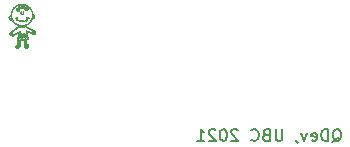
<source format=gbr>
%TF.GenerationSoftware,KiCad,Pcbnew,(5.1.10)-1*%
%TF.CreationDate,2021-10-07T14:53:58-07:00*%
%TF.ProjectId,RC_Filter_Dsub,52435f46-696c-4746-9572-5f447375622e,1*%
%TF.SameCoordinates,Original*%
%TF.FileFunction,Legend,Bot*%
%TF.FilePolarity,Positive*%
%FSLAX46Y46*%
G04 Gerber Fmt 4.6, Leading zero omitted, Abs format (unit mm)*
G04 Created by KiCad (PCBNEW (5.1.10)-1) date 2021-10-07 14:53:58*
%MOMM*%
%LPD*%
G01*
G04 APERTURE LIST*
%ADD10C,0.150000*%
%ADD11C,0.010000*%
G04 APERTURE END LIST*
D10*
X158646095Y-124372619D02*
X158741333Y-124325000D01*
X158836571Y-124229761D01*
X158979428Y-124086904D01*
X159074666Y-124039285D01*
X159169904Y-124039285D01*
X159122285Y-124277380D02*
X159217523Y-124229761D01*
X159312761Y-124134523D01*
X159360380Y-123944047D01*
X159360380Y-123610714D01*
X159312761Y-123420238D01*
X159217523Y-123325000D01*
X159122285Y-123277380D01*
X158931809Y-123277380D01*
X158836571Y-123325000D01*
X158741333Y-123420238D01*
X158693714Y-123610714D01*
X158693714Y-123944047D01*
X158741333Y-124134523D01*
X158836571Y-124229761D01*
X158931809Y-124277380D01*
X159122285Y-124277380D01*
X158265142Y-124277380D02*
X158265142Y-123277380D01*
X158027047Y-123277380D01*
X157884190Y-123325000D01*
X157788952Y-123420238D01*
X157741333Y-123515476D01*
X157693714Y-123705952D01*
X157693714Y-123848809D01*
X157741333Y-124039285D01*
X157788952Y-124134523D01*
X157884190Y-124229761D01*
X158027047Y-124277380D01*
X158265142Y-124277380D01*
X156884190Y-124229761D02*
X156979428Y-124277380D01*
X157169904Y-124277380D01*
X157265142Y-124229761D01*
X157312761Y-124134523D01*
X157312761Y-123753571D01*
X157265142Y-123658333D01*
X157169904Y-123610714D01*
X156979428Y-123610714D01*
X156884190Y-123658333D01*
X156836571Y-123753571D01*
X156836571Y-123848809D01*
X157312761Y-123944047D01*
X156503238Y-123610714D02*
X156265142Y-124277380D01*
X156027047Y-123610714D01*
X155598476Y-124229761D02*
X155598476Y-124277380D01*
X155646095Y-124372619D01*
X155693714Y-124420238D01*
X154408000Y-123277380D02*
X154408000Y-124086904D01*
X154360380Y-124182142D01*
X154312761Y-124229761D01*
X154217523Y-124277380D01*
X154027047Y-124277380D01*
X153931809Y-124229761D01*
X153884190Y-124182142D01*
X153836571Y-124086904D01*
X153836571Y-123277380D01*
X153027047Y-123753571D02*
X152884190Y-123801190D01*
X152836571Y-123848809D01*
X152788952Y-123944047D01*
X152788952Y-124086904D01*
X152836571Y-124182142D01*
X152884190Y-124229761D01*
X152979428Y-124277380D01*
X153360380Y-124277380D01*
X153360380Y-123277380D01*
X153027047Y-123277380D01*
X152931809Y-123325000D01*
X152884190Y-123372619D01*
X152836571Y-123467857D01*
X152836571Y-123563095D01*
X152884190Y-123658333D01*
X152931809Y-123705952D01*
X153027047Y-123753571D01*
X153360380Y-123753571D01*
X151788952Y-124182142D02*
X151836571Y-124229761D01*
X151979428Y-124277380D01*
X152074666Y-124277380D01*
X152217523Y-124229761D01*
X152312761Y-124134523D01*
X152360380Y-124039285D01*
X152408000Y-123848809D01*
X152408000Y-123705952D01*
X152360380Y-123515476D01*
X152312761Y-123420238D01*
X152217523Y-123325000D01*
X152074666Y-123277380D01*
X151979428Y-123277380D01*
X151836571Y-123325000D01*
X151788952Y-123372619D01*
X150646095Y-123372619D02*
X150598476Y-123325000D01*
X150503238Y-123277380D01*
X150265142Y-123277380D01*
X150169904Y-123325000D01*
X150122285Y-123372619D01*
X150074666Y-123467857D01*
X150074666Y-123563095D01*
X150122285Y-123705952D01*
X150693714Y-124277380D01*
X150074666Y-124277380D01*
X149455619Y-123277380D02*
X149360380Y-123277380D01*
X149265142Y-123325000D01*
X149217523Y-123372619D01*
X149169904Y-123467857D01*
X149122285Y-123658333D01*
X149122285Y-123896428D01*
X149169904Y-124086904D01*
X149217523Y-124182142D01*
X149265142Y-124229761D01*
X149360380Y-124277380D01*
X149455619Y-124277380D01*
X149550857Y-124229761D01*
X149598476Y-124182142D01*
X149646095Y-124086904D01*
X149693714Y-123896428D01*
X149693714Y-123658333D01*
X149646095Y-123467857D01*
X149598476Y-123372619D01*
X149550857Y-123325000D01*
X149455619Y-123277380D01*
X148741333Y-123372619D02*
X148693714Y-123325000D01*
X148598476Y-123277380D01*
X148360380Y-123277380D01*
X148265142Y-123325000D01*
X148217523Y-123372619D01*
X148169904Y-123467857D01*
X148169904Y-123563095D01*
X148217523Y-123705952D01*
X148788952Y-124277380D01*
X148169904Y-124277380D01*
X147217523Y-124277380D02*
X147788952Y-124277380D01*
X147503238Y-124277380D02*
X147503238Y-123277380D01*
X147598476Y-123420238D01*
X147693714Y-123515476D01*
X147788952Y-123563095D01*
D11*
%TO.C,U26*%
G36*
X132387500Y-112665449D02*
G01*
X132395230Y-112666042D01*
X132466606Y-112674589D01*
X132536551Y-112688445D01*
X132604799Y-112707443D01*
X132671082Y-112731420D01*
X132735136Y-112760208D01*
X132796692Y-112793643D01*
X132855485Y-112831560D01*
X132911249Y-112873794D01*
X132963717Y-112920178D01*
X133012622Y-112970547D01*
X133057698Y-113024737D01*
X133098679Y-113082582D01*
X133118958Y-113115188D01*
X133153708Y-113179214D01*
X133183230Y-113245215D01*
X133207453Y-113312970D01*
X133226309Y-113382255D01*
X133239728Y-113452848D01*
X133247640Y-113524524D01*
X133247935Y-113528804D01*
X133248909Y-113542147D01*
X133249886Y-113553296D01*
X133250756Y-113561124D01*
X133251407Y-113564505D01*
X133251434Y-113564539D01*
X133254618Y-113565629D01*
X133261782Y-113567330D01*
X133270978Y-113569196D01*
X133286689Y-113572315D01*
X133298359Y-113575165D01*
X133307522Y-113578342D01*
X133315714Y-113582445D01*
X133324471Y-113588071D01*
X133330555Y-113592369D01*
X133342932Y-113602005D01*
X133351502Y-113610683D01*
X133357595Y-113619783D01*
X133358326Y-113621168D01*
X133360588Y-113625749D01*
X133362330Y-113630094D01*
X133363631Y-113635012D01*
X133364569Y-113641309D01*
X133365226Y-113649793D01*
X133365679Y-113661271D01*
X133366009Y-113676550D01*
X133366295Y-113696437D01*
X133366379Y-113703012D01*
X133366632Y-113724344D01*
X133366740Y-113740923D01*
X133366639Y-113753639D01*
X133366262Y-113763382D01*
X133365543Y-113771043D01*
X133364415Y-113777513D01*
X133362814Y-113783683D01*
X133360673Y-113790442D01*
X133359683Y-113793412D01*
X133349911Y-113819181D01*
X133338957Y-113840502D01*
X133325946Y-113858371D01*
X133310004Y-113873783D01*
X133290253Y-113887732D01*
X133265819Y-113901216D01*
X133264122Y-113902063D01*
X133249554Y-113909559D01*
X133235487Y-113917259D01*
X133223359Y-113924345D01*
X133214610Y-113930000D01*
X133213397Y-113930883D01*
X133201638Y-113938331D01*
X133192085Y-113941492D01*
X133190567Y-113941578D01*
X133186616Y-113941882D01*
X133183450Y-113943404D01*
X133180373Y-113947056D01*
X133176687Y-113953752D01*
X133171695Y-113964405D01*
X133169576Y-113969095D01*
X133137497Y-114033528D01*
X133100725Y-114095013D01*
X133059498Y-114153310D01*
X133014056Y-114208179D01*
X132964638Y-114259383D01*
X132911482Y-114306681D01*
X132854829Y-114349835D01*
X132794918Y-114388606D01*
X132731987Y-114422755D01*
X132701178Y-114437255D01*
X132690049Y-114442357D01*
X132681650Y-114446748D01*
X132674735Y-114451411D01*
X132668059Y-114457332D01*
X132660376Y-114465495D01*
X132650440Y-114476884D01*
X132649165Y-114478365D01*
X132624253Y-114507328D01*
X132632667Y-114509508D01*
X132640151Y-114513467D01*
X132646291Y-114519916D01*
X132653634Y-114528524D01*
X132665817Y-114539024D01*
X132682461Y-114551154D01*
X132703185Y-114564655D01*
X132727610Y-114579266D01*
X132755358Y-114594729D01*
X132755922Y-114595033D01*
X132787479Y-114612241D01*
X132815076Y-114627753D01*
X132839870Y-114642256D01*
X132863019Y-114656438D01*
X132885682Y-114670984D01*
X132899791Y-114680350D01*
X132917408Y-114691639D01*
X132937819Y-114703870D01*
X132958740Y-114715721D01*
X132977888Y-114725870D01*
X132981700Y-114727775D01*
X133000281Y-114737008D01*
X133021278Y-114747567D01*
X133042354Y-114758269D01*
X133061176Y-114767934D01*
X133064608Y-114769714D01*
X133081427Y-114778249D01*
X133099445Y-114787052D01*
X133116789Y-114795229D01*
X133131586Y-114801885D01*
X133135163Y-114803416D01*
X133172003Y-114819407D01*
X133205636Y-114835118D01*
X133237582Y-114851354D01*
X133269363Y-114868919D01*
X133302499Y-114888617D01*
X133335600Y-114909384D01*
X133353374Y-114921167D01*
X133366573Y-114930934D01*
X133375689Y-114939155D01*
X133381215Y-114946301D01*
X133383642Y-114952841D01*
X133383856Y-114955462D01*
X133385619Y-114959642D01*
X133387603Y-114960400D01*
X133398720Y-114961213D01*
X133413381Y-114963397D01*
X133429765Y-114966567D01*
X133446051Y-114970342D01*
X133460417Y-114974337D01*
X133470064Y-114977748D01*
X133484387Y-114984326D01*
X133494080Y-114990522D01*
X133499984Y-114997336D01*
X133502942Y-115005766D01*
X133503798Y-115016814D01*
X133503801Y-115017778D01*
X133503376Y-115027068D01*
X133501807Y-115035819D01*
X133498633Y-115045711D01*
X133493393Y-115058426D01*
X133491474Y-115062762D01*
X133485675Y-115074804D01*
X133479832Y-115085344D01*
X133474756Y-115092996D01*
X133472126Y-115095867D01*
X133465011Y-115099607D01*
X133455366Y-115102517D01*
X133451399Y-115103216D01*
X133437705Y-115105032D01*
X133441623Y-115114410D01*
X133443793Y-115121862D01*
X133445841Y-115132718D01*
X133447354Y-115144742D01*
X133447450Y-115145810D01*
X133448250Y-115157752D01*
X133447960Y-115166320D01*
X133446281Y-115173727D01*
X133442915Y-115182188D01*
X133442394Y-115183356D01*
X133433875Y-115198204D01*
X133423154Y-115208901D01*
X133409545Y-115215799D01*
X133392360Y-115219251D01*
X133371630Y-115219638D01*
X133347660Y-115218634D01*
X133340455Y-115233325D01*
X133332832Y-115245791D01*
X133323808Y-115253614D01*
X133311911Y-115257785D01*
X133302383Y-115258976D01*
X133277248Y-115258056D01*
X133251265Y-115251885D01*
X133232564Y-115244330D01*
X133219628Y-115237377D01*
X133209957Y-115229819D01*
X133202550Y-115220396D01*
X133196402Y-115207845D01*
X133190761Y-115191697D01*
X133185997Y-115178091D01*
X133180300Y-115164102D01*
X133174774Y-115152408D01*
X133173894Y-115150774D01*
X133169310Y-115143218D01*
X133164386Y-115137263D01*
X133158257Y-115132489D01*
X133150056Y-115128478D01*
X133138920Y-115124810D01*
X133123982Y-115121065D01*
X133104376Y-115116824D01*
X133103485Y-115116639D01*
X133089406Y-115113460D01*
X133074678Y-115109580D01*
X133071086Y-115108505D01*
X133206471Y-115108505D01*
X133207584Y-115115660D01*
X133210689Y-115123776D01*
X133215620Y-115133550D01*
X133221859Y-115146652D01*
X133227885Y-115161503D01*
X133231787Y-115172963D01*
X133236054Y-115185893D01*
X133240458Y-115194689D01*
X133246169Y-115200766D01*
X133254357Y-115205539D01*
X133261100Y-115208428D01*
X133274482Y-115212637D01*
X133286439Y-115214245D01*
X133295832Y-115213235D01*
X133301522Y-115209594D01*
X133301923Y-115208941D01*
X133304044Y-115204485D01*
X133303917Y-115201434D01*
X133300676Y-115198697D01*
X133293453Y-115195188D01*
X133289601Y-115193477D01*
X133276203Y-115186589D01*
X133267704Y-115179664D01*
X133263404Y-115171969D01*
X133262511Y-115165216D01*
X133265068Y-115155652D01*
X133271739Y-115148142D01*
X133281025Y-115144144D01*
X133284473Y-115143845D01*
X133289628Y-115144972D01*
X133298689Y-115148054D01*
X133310455Y-115152643D01*
X133323727Y-115158294D01*
X133326134Y-115159367D01*
X133341424Y-115166049D01*
X133352945Y-115170554D01*
X133361955Y-115173269D01*
X133369713Y-115174584D01*
X133376520Y-115174889D01*
X133389567Y-115173748D01*
X133397956Y-115169924D01*
X133402274Y-115162817D01*
X133403109Y-115151827D01*
X133402806Y-115148038D01*
X133399642Y-115131952D01*
X133393846Y-115120592D01*
X133385214Y-115113587D01*
X133383294Y-115112741D01*
X133371164Y-115106057D01*
X133361958Y-115097261D01*
X133358133Y-115090653D01*
X133357068Y-115081067D01*
X133359739Y-115070036D01*
X133365488Y-115059659D01*
X133369107Y-115055566D01*
X133378056Y-115048909D01*
X133387628Y-115046216D01*
X133399079Y-115047381D01*
X133412578Y-115051858D01*
X133425372Y-115056712D01*
X133434389Y-115058847D01*
X133440837Y-115057729D01*
X133445924Y-115052825D01*
X133450859Y-115043600D01*
X133455434Y-115032935D01*
X133459894Y-115022214D01*
X133447986Y-115017121D01*
X133440309Y-115014643D01*
X133428725Y-115011867D01*
X133414930Y-115009168D01*
X133403304Y-115007295D01*
X133389445Y-115005192D01*
X133376878Y-115003101D01*
X133367104Y-115001284D01*
X133362073Y-115000136D01*
X133357954Y-114999397D01*
X133353585Y-114999971D01*
X133347925Y-115002315D01*
X133339932Y-115006882D01*
X133328564Y-115014126D01*
X133325703Y-115015995D01*
X133311792Y-115024687D01*
X133294982Y-115034557D01*
X133277463Y-115044346D01*
X133262511Y-115052249D01*
X133244340Y-115061701D01*
X133230662Y-115069408D01*
X133220821Y-115075937D01*
X133214162Y-115081854D01*
X133210027Y-115087726D01*
X133207760Y-115094119D01*
X133206821Y-115100303D01*
X133206471Y-115108505D01*
X133071086Y-115108505D01*
X133058492Y-115104737D01*
X133040039Y-115098667D01*
X133018510Y-115091110D01*
X132993095Y-115081802D01*
X132974645Y-115074891D01*
X132959572Y-115069229D01*
X132942997Y-115063036D01*
X132927850Y-115057404D01*
X132923845Y-115055922D01*
X132913659Y-115051924D01*
X132899625Y-115046082D01*
X132883009Y-115038941D01*
X132865077Y-115031047D01*
X132847095Y-115022942D01*
X132846234Y-115022549D01*
X132820451Y-115010846D01*
X132799501Y-115001525D01*
X132783146Y-114994488D01*
X132771148Y-114989635D01*
X132763269Y-114986869D01*
X132759272Y-114986091D01*
X132758740Y-114986275D01*
X132758473Y-114989373D01*
X132758559Y-114997073D01*
X132758967Y-115008343D01*
X132759664Y-115022154D01*
X132760024Y-115028272D01*
X132761007Y-115044705D01*
X132762180Y-115064940D01*
X132763440Y-115087146D01*
X132764682Y-115109489D01*
X132765630Y-115126912D01*
X132767329Y-115154101D01*
X132769457Y-115181055D01*
X132771920Y-115206999D01*
X132774625Y-115231157D01*
X132777477Y-115252755D01*
X132780382Y-115271015D01*
X132783246Y-115285165D01*
X132785900Y-115294233D01*
X132789024Y-115303354D01*
X132790969Y-115311251D01*
X132791279Y-115313988D01*
X132792056Y-115318867D01*
X132794138Y-115328001D01*
X132797238Y-115340232D01*
X132801070Y-115354399D01*
X132802572Y-115359745D01*
X132807739Y-115377971D01*
X132813458Y-115398177D01*
X132819023Y-115417870D01*
X132823624Y-115434180D01*
X132828071Y-115449406D01*
X132831784Y-115460408D01*
X132835332Y-115468455D01*
X132839284Y-115474815D01*
X132844207Y-115480756D01*
X132844787Y-115481389D01*
X132852714Y-115491645D01*
X132855769Y-115500428D01*
X132854162Y-115508720D01*
X132851585Y-115513118D01*
X132849456Y-115516547D01*
X132848480Y-115520056D01*
X132848764Y-115524910D01*
X132850412Y-115532375D01*
X132853532Y-115543716D01*
X132854400Y-115546766D01*
X132856347Y-115554631D01*
X132857192Y-115561868D01*
X132856945Y-115570259D01*
X132855614Y-115581583D01*
X132854627Y-115588361D01*
X132850141Y-115610456D01*
X132843847Y-115627693D01*
X132835356Y-115640677D01*
X132824280Y-115650015D01*
X132811213Y-115655993D01*
X132803432Y-115658000D01*
X132791529Y-115660372D01*
X132776993Y-115662843D01*
X132761310Y-115665142D01*
X132757765Y-115665611D01*
X132743342Y-115667565D01*
X132730994Y-115669414D01*
X132721768Y-115670986D01*
X132716708Y-115672111D01*
X132716099Y-115672384D01*
X132714359Y-115676515D01*
X132712090Y-115685581D01*
X132709396Y-115698906D01*
X132706381Y-115715816D01*
X132703151Y-115735634D01*
X132699809Y-115757688D01*
X132696460Y-115781301D01*
X132693209Y-115805800D01*
X132690160Y-115830509D01*
X132687418Y-115854753D01*
X132686497Y-115863512D01*
X132684503Y-115883470D01*
X132683049Y-115899942D01*
X132682102Y-115914303D01*
X132681630Y-115927928D01*
X132681597Y-115942193D01*
X132681973Y-115958473D01*
X132682723Y-115978144D01*
X132683375Y-115992951D01*
X132684274Y-116012038D01*
X132685152Y-116029170D01*
X132685962Y-116043567D01*
X132686659Y-116054450D01*
X132687198Y-116061041D01*
X132687464Y-116062694D01*
X132690455Y-116062554D01*
X132697747Y-116061396D01*
X132708130Y-116059430D01*
X132716539Y-116057694D01*
X132735868Y-116054452D01*
X132756989Y-116052407D01*
X132778949Y-116051507D01*
X132800799Y-116051703D01*
X132821587Y-116052943D01*
X132840363Y-116055176D01*
X132856174Y-116058353D01*
X132868070Y-116062423D01*
X132873896Y-116066070D01*
X132877641Y-116069871D01*
X132880609Y-116074245D01*
X132883121Y-116080163D01*
X132885499Y-116088598D01*
X132888065Y-116100521D01*
X132891139Y-116116905D01*
X132891657Y-116119771D01*
X132896585Y-116152135D01*
X132899602Y-116183418D01*
X132900744Y-116212998D01*
X132900049Y-116240249D01*
X132897552Y-116264548D01*
X132893291Y-116285271D01*
X132887302Y-116301794D01*
X132880337Y-116312704D01*
X132870855Y-116321880D01*
X132858281Y-116331870D01*
X132844658Y-116341153D01*
X132833781Y-116347350D01*
X132812389Y-116356462D01*
X132787229Y-116364504D01*
X132759983Y-116371130D01*
X132732335Y-116375997D01*
X132705970Y-116378759D01*
X132682570Y-116379071D01*
X132679722Y-116378906D01*
X132664428Y-116377366D01*
X132646783Y-116374795D01*
X132628211Y-116371481D01*
X132610138Y-116367711D01*
X132593986Y-116363775D01*
X132581182Y-116359960D01*
X132575758Y-116357875D01*
X132560771Y-116348226D01*
X132547288Y-116333404D01*
X132535526Y-116313730D01*
X132525703Y-116289527D01*
X132522537Y-116279251D01*
X132517974Y-116255341D01*
X132516741Y-116227290D01*
X132518840Y-116194949D01*
X132522818Y-116166477D01*
X132527650Y-116133171D01*
X132531495Y-116096571D01*
X132534436Y-116055785D01*
X132535755Y-116030023D01*
X132536561Y-116015051D01*
X132537792Y-115996082D01*
X132539332Y-115974736D01*
X132541063Y-115952633D01*
X132542869Y-115931394D01*
X132542971Y-115930251D01*
X132547031Y-115868254D01*
X132548530Y-115801879D01*
X132548538Y-115797606D01*
X132548678Y-115771471D01*
X132549077Y-115750316D01*
X132549768Y-115733483D01*
X132550779Y-115720312D01*
X132552143Y-115710144D01*
X132552771Y-115706879D01*
X132554825Y-115697042D01*
X132556317Y-115689622D01*
X132556951Y-115686103D01*
X132556956Y-115686029D01*
X132554305Y-115685674D01*
X132546937Y-115685979D01*
X132535733Y-115686865D01*
X132521572Y-115688248D01*
X132505332Y-115690049D01*
X132487894Y-115692186D01*
X132482167Y-115692932D01*
X132469368Y-115694374D01*
X132452440Y-115695915D01*
X132432893Y-115697436D01*
X132412239Y-115698820D01*
X132391989Y-115699950D01*
X132391856Y-115699957D01*
X132361363Y-115701697D01*
X132334621Y-115703805D01*
X132309735Y-115706483D01*
X132284816Y-115709933D01*
X132259421Y-115714104D01*
X132241959Y-115717145D01*
X132235292Y-115758578D01*
X132230015Y-115799979D01*
X132227458Y-115842433D01*
X132227571Y-115887370D01*
X132229451Y-115924649D01*
X132231663Y-115961592D01*
X132232790Y-115993969D01*
X132232711Y-116022776D01*
X132231304Y-116049008D01*
X132228447Y-116073660D01*
X132224017Y-116097729D01*
X132217893Y-116122209D01*
X132209952Y-116148097D01*
X132200072Y-116176388D01*
X132197853Y-116182423D01*
X132181775Y-116222197D01*
X132164713Y-116257056D01*
X132146246Y-116287700D01*
X132125953Y-116314829D01*
X132104011Y-116338562D01*
X132082990Y-116357281D01*
X132060473Y-116374081D01*
X132037327Y-116388504D01*
X132014423Y-116400090D01*
X131992630Y-116408381D01*
X131972818Y-116412919D01*
X131961660Y-116413643D01*
X131953513Y-116412915D01*
X131941672Y-116411110D01*
X131927919Y-116408525D01*
X131917722Y-116406321D01*
X131887937Y-116397993D01*
X131862629Y-116387452D01*
X131840870Y-116374112D01*
X131821735Y-116357389D01*
X131804296Y-116336700D01*
X131801827Y-116333300D01*
X131790802Y-116316726D01*
X131783569Y-116302891D01*
X131779727Y-116290753D01*
X131778877Y-116279268D01*
X131779309Y-116274448D01*
X131781272Y-116263016D01*
X131784235Y-116252812D01*
X131788649Y-116243433D01*
X131794961Y-116234480D01*
X131803619Y-116225553D01*
X131815073Y-116216250D01*
X131829771Y-116206171D01*
X131848162Y-116194916D01*
X131870693Y-116182084D01*
X131897813Y-116167275D01*
X131901626Y-116165223D01*
X131918081Y-116156525D01*
X131930572Y-116150325D01*
X131939997Y-116146250D01*
X131947252Y-116143928D01*
X131953235Y-116142988D01*
X131955454Y-116142915D01*
X131967786Y-116142912D01*
X131966029Y-116113984D01*
X131965042Y-116094523D01*
X131964207Y-116071676D01*
X131963528Y-116046313D01*
X131963009Y-116019306D01*
X131962656Y-115991527D01*
X131962474Y-115963847D01*
X131962467Y-115937138D01*
X131962640Y-115912271D01*
X131962998Y-115890118D01*
X131963546Y-115871550D01*
X131964288Y-115857439D01*
X131964602Y-115853634D01*
X131966372Y-115833721D01*
X131967449Y-115818121D01*
X131967875Y-115805550D01*
X131967694Y-115794725D01*
X131966963Y-115784489D01*
X131966935Y-115775348D01*
X131968186Y-115767242D01*
X131969118Y-115762816D01*
X131967734Y-115760372D01*
X131962818Y-115758952D01*
X131956529Y-115758038D01*
X131942783Y-115754165D01*
X131933320Y-115746846D01*
X131928563Y-115737141D01*
X131928119Y-115730461D01*
X131928737Y-115719290D01*
X131930011Y-115707050D01*
X131975578Y-115707050D01*
X131975578Y-115714608D01*
X132005917Y-115712695D01*
X132021862Y-115711553D01*
X132038940Y-115710110D01*
X132054400Y-115708607D01*
X132060225Y-115707960D01*
X132075634Y-115705800D01*
X132095356Y-115702499D01*
X132118228Y-115698282D01*
X132143087Y-115693376D01*
X132168771Y-115688005D01*
X132194115Y-115682394D01*
X132204178Y-115680067D01*
X132244399Y-115671459D01*
X132282970Y-115665025D01*
X132322250Y-115660433D01*
X132364596Y-115657352D01*
X132366456Y-115657252D01*
X132386169Y-115656014D01*
X132409767Y-115654229D01*
X132435532Y-115652044D01*
X132461748Y-115649609D01*
X132486698Y-115647072D01*
X132496278Y-115646024D01*
X132518650Y-115643573D01*
X132541565Y-115641164D01*
X132563684Y-115638930D01*
X132583667Y-115637006D01*
X132600175Y-115635524D01*
X132607756Y-115634910D01*
X132630695Y-115633112D01*
X132648495Y-115631574D01*
X132661649Y-115630235D01*
X132670654Y-115629037D01*
X132676004Y-115627920D01*
X132678196Y-115626825D01*
X132678311Y-115626492D01*
X132680057Y-115623254D01*
X132684347Y-115617951D01*
X132685232Y-115616979D01*
X132694266Y-115610683D01*
X132704033Y-115609737D01*
X132713477Y-115614138D01*
X132716626Y-115617066D01*
X132723627Y-115624620D01*
X132753685Y-115621126D01*
X132772719Y-115618484D01*
X132786781Y-115615459D01*
X132796544Y-115611818D01*
X132802678Y-115607331D01*
X132805284Y-115603308D01*
X132808109Y-115594255D01*
X132810214Y-115582852D01*
X132811378Y-115571151D01*
X132811379Y-115561203D01*
X132810411Y-115555929D01*
X132808466Y-115550050D01*
X132805598Y-115540414D01*
X132802307Y-115528723D01*
X132800946Y-115523715D01*
X132794203Y-115498597D01*
X132763774Y-115469919D01*
X132751883Y-115458751D01*
X132740404Y-115448037D01*
X132730460Y-115438821D01*
X132723173Y-115432146D01*
X132721746Y-115430861D01*
X132710148Y-115420481D01*
X132696178Y-115449380D01*
X132689440Y-115463543D01*
X132682617Y-115478258D01*
X132676696Y-115491383D01*
X132673910Y-115497782D01*
X132664920Y-115515663D01*
X132655533Y-115527954D01*
X132645710Y-115534694D01*
X132638300Y-115536134D01*
X132633980Y-115535541D01*
X132628531Y-115533496D01*
X132621273Y-115529597D01*
X132611522Y-115523444D01*
X132598596Y-115514636D01*
X132583273Y-115503815D01*
X132567250Y-115492100D01*
X132551005Y-115479719D01*
X132535813Y-115467679D01*
X132522950Y-115456986D01*
X132514975Y-115449874D01*
X132491991Y-115428253D01*
X132478612Y-115439066D01*
X132462469Y-115452338D01*
X132449547Y-115463672D01*
X132438785Y-115474256D01*
X132429121Y-115485277D01*
X132419492Y-115497920D01*
X132408835Y-115513374D01*
X132399802Y-115527103D01*
X132387847Y-115545180D01*
X132378206Y-115558907D01*
X132370332Y-115568799D01*
X132363680Y-115575374D01*
X132357704Y-115579147D01*
X132351859Y-115580636D01*
X132345599Y-115580355D01*
X132343859Y-115580061D01*
X132334939Y-115576952D01*
X132322530Y-115570562D01*
X132307333Y-115561392D01*
X132290049Y-115549941D01*
X132271379Y-115536710D01*
X132252027Y-115522199D01*
X132232692Y-115506907D01*
X132214076Y-115491335D01*
X132196882Y-115475983D01*
X132193765Y-115473068D01*
X132181941Y-115461916D01*
X132157076Y-115484043D01*
X132144431Y-115495502D01*
X132129854Y-115509029D01*
X132115407Y-115522698D01*
X132106106Y-115531680D01*
X132095276Y-115542401D01*
X132087919Y-115550183D01*
X132083375Y-115555937D01*
X132080985Y-115560569D01*
X132080092Y-115564989D01*
X132080000Y-115567696D01*
X132079870Y-115572501D01*
X132078966Y-115576283D01*
X132076515Y-115579826D01*
X132071745Y-115583915D01*
X132063884Y-115589333D01*
X132052159Y-115596864D01*
X132049783Y-115598375D01*
X132034990Y-115606221D01*
X132022921Y-115609261D01*
X132013659Y-115607510D01*
X132007285Y-115600980D01*
X132004071Y-115590937D01*
X132003269Y-115587021D01*
X132002341Y-115585643D01*
X132001041Y-115587374D01*
X131999122Y-115592783D01*
X131996339Y-115602441D01*
X131992446Y-115616918D01*
X131991791Y-115619389D01*
X131985624Y-115644189D01*
X131980781Y-115666814D01*
X131977433Y-115686350D01*
X131975748Y-115701879D01*
X131975578Y-115707050D01*
X131930011Y-115707050D01*
X131930262Y-115704647D01*
X131932537Y-115687552D01*
X131935406Y-115669025D01*
X131938714Y-115650085D01*
X131942304Y-115631752D01*
X131946020Y-115615047D01*
X131949049Y-115603286D01*
X131956130Y-115577107D01*
X131963019Y-115549990D01*
X131969417Y-115523231D01*
X131975023Y-115498124D01*
X131979536Y-115475964D01*
X131982391Y-115459754D01*
X131985126Y-115446648D01*
X131989697Y-115429572D01*
X131995704Y-115409739D01*
X132002745Y-115388360D01*
X132010419Y-115366648D01*
X132018324Y-115345815D01*
X132026059Y-115327073D01*
X132027202Y-115324467D01*
X132030349Y-115316652D01*
X132034781Y-115304692D01*
X132040058Y-115289816D01*
X132045743Y-115273254D01*
X132050311Y-115259556D01*
X132056291Y-115241534D01*
X132062455Y-115223249D01*
X132068280Y-115206229D01*
X132073246Y-115192000D01*
X132075893Y-115184624D01*
X132081030Y-115169720D01*
X132086241Y-115153192D01*
X132090563Y-115138127D01*
X132091319Y-115135235D01*
X132099004Y-115109861D01*
X132109359Y-115082630D01*
X132121411Y-115055994D01*
X132127350Y-115044442D01*
X132132485Y-115034655D01*
X132135396Y-115027975D01*
X132135653Y-115024356D01*
X132132824Y-115023753D01*
X132126480Y-115026119D01*
X132116188Y-115031411D01*
X132101520Y-115039581D01*
X132098345Y-115041374D01*
X132086951Y-115047793D01*
X132072900Y-115055679D01*
X132058465Y-115063755D01*
X132051778Y-115067486D01*
X132019324Y-115086375D01*
X131985656Y-115107616D01*
X131966357Y-115120445D01*
X131933975Y-115142217D01*
X131905557Y-115161075D01*
X131880465Y-115177379D01*
X131858064Y-115191487D01*
X131837716Y-115203759D01*
X131818786Y-115214553D01*
X131800637Y-115224229D01*
X131782634Y-115233144D01*
X131764140Y-115241659D01*
X131744518Y-115250132D01*
X131723132Y-115258923D01*
X131715372Y-115262037D01*
X131696079Y-115269677D01*
X131680858Y-115275515D01*
X131668579Y-115279934D01*
X131658112Y-115283320D01*
X131648327Y-115286056D01*
X131638092Y-115288529D01*
X131636385Y-115288915D01*
X131631336Y-115290704D01*
X131629752Y-115294199D01*
X131630353Y-115300174D01*
X131630532Y-115306683D01*
X131628647Y-115314178D01*
X131624243Y-115324167D01*
X131621397Y-115329724D01*
X131610496Y-115347773D01*
X131599081Y-115360838D01*
X131586641Y-115369031D01*
X131572665Y-115372462D01*
X131556643Y-115371242D01*
X131538065Y-115365483D01*
X131516421Y-115355294D01*
X131512778Y-115353336D01*
X131481945Y-115336530D01*
X131472176Y-115343481D01*
X131461779Y-115348813D01*
X131450665Y-115349988D01*
X131437763Y-115346963D01*
X131425898Y-115341730D01*
X131412668Y-115333658D01*
X131399298Y-115323078D01*
X131386644Y-115310951D01*
X131375565Y-115298236D01*
X131366917Y-115285895D01*
X131361559Y-115274887D01*
X131360216Y-115268176D01*
X131359613Y-115264807D01*
X131357363Y-115261662D01*
X131352624Y-115258131D01*
X131344553Y-115253608D01*
X131332308Y-115247486D01*
X131329877Y-115246303D01*
X131305617Y-115233865D01*
X131285283Y-115222048D01*
X131269228Y-115211096D01*
X131257801Y-115201253D01*
X131251352Y-115192763D01*
X131250693Y-115191255D01*
X131248824Y-115185466D01*
X131248499Y-115180529D01*
X131249955Y-115174900D01*
X131298245Y-115174900D01*
X131300683Y-115177755D01*
X131307651Y-115182800D01*
X131318631Y-115189704D01*
X131333102Y-115198134D01*
X131344496Y-115204472D01*
X131354176Y-115209644D01*
X131361284Y-115212683D01*
X131367880Y-115214007D01*
X131376020Y-115214034D01*
X131387517Y-115213200D01*
X131399159Y-115212357D01*
X131406662Y-115212301D01*
X131411508Y-115213280D01*
X131415176Y-115215544D01*
X131418172Y-115218360D01*
X131423791Y-115226390D01*
X131424568Y-115235005D01*
X131420464Y-115245074D01*
X131416778Y-115250641D01*
X131411892Y-115258096D01*
X131408834Y-115264129D01*
X131408311Y-115266178D01*
X131410290Y-115269887D01*
X131415435Y-115276016D01*
X131422558Y-115283394D01*
X131430469Y-115290848D01*
X131437980Y-115297208D01*
X131443903Y-115301302D01*
X131443992Y-115301350D01*
X131447546Y-115302501D01*
X131451640Y-115301660D01*
X131457457Y-115298291D01*
X131466181Y-115291858D01*
X131467907Y-115290523D01*
X131480580Y-115281653D01*
X131490150Y-115277166D01*
X131494207Y-115276515D01*
X131503541Y-115278903D01*
X131511095Y-115285089D01*
X131515224Y-115293519D01*
X131515556Y-115296703D01*
X131516085Y-115300848D01*
X131518329Y-115304366D01*
X131523275Y-115308119D01*
X131531907Y-115312969D01*
X131537428Y-115315825D01*
X131550901Y-115322360D01*
X131560539Y-115325945D01*
X131567286Y-115326635D01*
X131572086Y-115324484D01*
X131575881Y-115319548D01*
X131576663Y-115318117D01*
X131580326Y-115309027D01*
X131583052Y-115298667D01*
X131583310Y-115297174D01*
X131584228Y-115289733D01*
X131583173Y-115286050D01*
X131579076Y-115284311D01*
X131575300Y-115283556D01*
X131568246Y-115280956D01*
X131560293Y-115275436D01*
X131551134Y-115266645D01*
X131540461Y-115254231D01*
X131527968Y-115237841D01*
X131513347Y-115217122D01*
X131499764Y-115196973D01*
X131484052Y-115173421D01*
X131470999Y-115154195D01*
X131460224Y-115138863D01*
X131451350Y-115126995D01*
X131443997Y-115118159D01*
X131437786Y-115111924D01*
X131432338Y-115107857D01*
X131427275Y-115105527D01*
X131422217Y-115104504D01*
X131418402Y-115104334D01*
X131411839Y-115105894D01*
X131408610Y-115108207D01*
X131404237Y-115110469D01*
X131395888Y-115112563D01*
X131385664Y-115114025D01*
X131375185Y-115115389D01*
X131366818Y-115117602D01*
X131358550Y-115121454D01*
X131348368Y-115127736D01*
X131344985Y-115129980D01*
X131335086Y-115137210D01*
X131324737Y-115145769D01*
X131314910Y-115154725D01*
X131306575Y-115163144D01*
X131300702Y-115170094D01*
X131298263Y-115174641D01*
X131298245Y-115174900D01*
X131249955Y-115174900D01*
X131250012Y-115174682D01*
X131253651Y-115166163D01*
X131255482Y-115162221D01*
X131265469Y-115145145D01*
X131278956Y-115128259D01*
X131295008Y-115112275D01*
X131312686Y-115097902D01*
X131331055Y-115085853D01*
X131349177Y-115076840D01*
X131366115Y-115071573D01*
X131376284Y-115070495D01*
X131385248Y-115070109D01*
X131390628Y-115068423D01*
X131393785Y-115065261D01*
X131453384Y-115065261D01*
X131471171Y-115082681D01*
X131480265Y-115092701D01*
X131491906Y-115107397D01*
X131505900Y-115126509D01*
X131522052Y-115149776D01*
X131530412Y-115162189D01*
X131544450Y-115183230D01*
X131555758Y-115200090D01*
X131564783Y-115213254D01*
X131571972Y-115223205D01*
X131577773Y-115230428D01*
X131582632Y-115235408D01*
X131586997Y-115238629D01*
X131591315Y-115240575D01*
X131596032Y-115241730D01*
X131601596Y-115242580D01*
X131605075Y-115243077D01*
X131617432Y-115244508D01*
X131627097Y-115244368D01*
X131636836Y-115242517D01*
X131641407Y-115241257D01*
X131657133Y-115236136D01*
X131676625Y-115228930D01*
X131698640Y-115220161D01*
X131721937Y-115210349D01*
X131745275Y-115200016D01*
X131767413Y-115189684D01*
X131785078Y-115180921D01*
X131801186Y-115172250D01*
X131819988Y-115161490D01*
X131840421Y-115149307D01*
X131861423Y-115136369D01*
X131881932Y-115123342D01*
X131900885Y-115110892D01*
X131917219Y-115099687D01*
X131929872Y-115090392D01*
X131931834Y-115088848D01*
X131940573Y-115082512D01*
X131951590Y-115075385D01*
X131960056Y-115070401D01*
X131970234Y-115064494D01*
X131979681Y-115058609D01*
X131985456Y-115054660D01*
X131988745Y-115052346D01*
X131993335Y-115049392D01*
X131999689Y-115045534D01*
X132008270Y-115040505D01*
X132019543Y-115034039D01*
X132033970Y-115025869D01*
X132052015Y-115015730D01*
X132074141Y-115003355D01*
X132096635Y-114990806D01*
X132111702Y-114982445D01*
X132122822Y-114976481D01*
X132130973Y-114972547D01*
X132137130Y-114970280D01*
X132142269Y-114969314D01*
X132147368Y-114969285D01*
X132152913Y-114969777D01*
X132163149Y-114971655D01*
X132172078Y-114974679D01*
X132175638Y-114976671D01*
X132182811Y-114985362D01*
X132185923Y-114997727D01*
X132184968Y-115013814D01*
X132179942Y-115033670D01*
X132170836Y-115057343D01*
X132163457Y-115073306D01*
X132156539Y-115087999D01*
X132150132Y-115102476D01*
X132144880Y-115115223D01*
X132141427Y-115124727D01*
X132141044Y-115125984D01*
X132136588Y-115140801D01*
X132130612Y-115159901D01*
X132123461Y-115182242D01*
X132115481Y-115206781D01*
X132107017Y-115232474D01*
X132098415Y-115258278D01*
X132090021Y-115283150D01*
X132082179Y-115306046D01*
X132075235Y-115325924D01*
X132070180Y-115339989D01*
X132070408Y-115341513D01*
X132073395Y-115338964D01*
X132076172Y-115335760D01*
X132082520Y-115328065D01*
X132090475Y-115318529D01*
X132096159Y-115311771D01*
X132104334Y-115301899D01*
X132113728Y-115290265D01*
X132121264Y-115280723D01*
X132128136Y-115272458D01*
X132137611Y-115261849D01*
X132148958Y-115249637D01*
X132161445Y-115236562D01*
X132174343Y-115223367D01*
X132186920Y-115210791D01*
X132198447Y-115199577D01*
X132208192Y-115190463D01*
X132215425Y-115184193D01*
X132218854Y-115181751D01*
X132230160Y-115178153D01*
X132241391Y-115178603D01*
X132246400Y-115180474D01*
X132251450Y-115185805D01*
X132255452Y-115194787D01*
X132257620Y-115205434D01*
X132257800Y-115209271D01*
X132259930Y-115220354D01*
X132265867Y-115233961D01*
X132274933Y-115249189D01*
X132286448Y-115265136D01*
X132299734Y-115280900D01*
X132314111Y-115295579D01*
X132328902Y-115308271D01*
X132336387Y-115313690D01*
X132343426Y-115318436D01*
X132357287Y-115298168D01*
X132370311Y-115280661D01*
X132384114Y-115264792D01*
X132397539Y-115251811D01*
X132406813Y-115244625D01*
X132412251Y-115240001D01*
X132420112Y-115232066D01*
X132429328Y-115221944D01*
X132438546Y-115211113D01*
X132451958Y-115195536D01*
X132463185Y-115184303D01*
X132472912Y-115176898D01*
X132481820Y-115172804D01*
X132490593Y-115171504D01*
X132490889Y-115171503D01*
X132499127Y-115172657D01*
X132505997Y-115176667D01*
X132512374Y-115184355D01*
X132519132Y-115196540D01*
X132520441Y-115199244D01*
X132526960Y-115210577D01*
X132536621Y-115223546D01*
X132549983Y-115238867D01*
X132557315Y-115246681D01*
X132567492Y-115257211D01*
X132576314Y-115266094D01*
X132583049Y-115272611D01*
X132586963Y-115276043D01*
X132587593Y-115276391D01*
X132589799Y-115274128D01*
X132594264Y-115268118D01*
X132600242Y-115259395D01*
X132604364Y-115253107D01*
X132613518Y-115239927D01*
X132624646Y-115225367D01*
X132635727Y-115212038D01*
X132638662Y-115208756D01*
X132647567Y-115199156D01*
X132653883Y-115193006D01*
X132658773Y-115189542D01*
X132663401Y-115187995D01*
X132668929Y-115187598D01*
X132670755Y-115187589D01*
X132679355Y-115188458D01*
X132686845Y-115191569D01*
X132694204Y-115197674D01*
X132702412Y-115207530D01*
X132709373Y-115217336D01*
X132715648Y-115226058D01*
X132721411Y-115233283D01*
X132725038Y-115237092D01*
X132728005Y-115239163D01*
X132729130Y-115238112D01*
X132728763Y-115232963D01*
X132728124Y-115228512D01*
X132727440Y-115222919D01*
X132726675Y-115214599D01*
X132725806Y-115203168D01*
X132724808Y-115188240D01*
X132723658Y-115169431D01*
X132722332Y-115146357D01*
X132720806Y-115118633D01*
X132719057Y-115085874D01*
X132717951Y-115064823D01*
X132716953Y-115046701D01*
X132715913Y-115029548D01*
X132714911Y-115014533D01*
X132714024Y-115002830D01*
X132713338Y-114995678D01*
X132710181Y-114979051D01*
X132705138Y-114962766D01*
X132698869Y-114948608D01*
X132692233Y-114938586D01*
X132684570Y-114927055D01*
X132681594Y-114915837D01*
X132683296Y-114905801D01*
X132689668Y-114897810D01*
X132692655Y-114895848D01*
X132700270Y-114893252D01*
X132708191Y-114894373D01*
X132717230Y-114899553D01*
X132728197Y-114909135D01*
X132731139Y-114912058D01*
X132738433Y-114919115D01*
X132745594Y-114925128D01*
X132753522Y-114930612D01*
X132763117Y-114936077D01*
X132775280Y-114942038D01*
X132790911Y-114949008D01*
X132810848Y-114957472D01*
X132825566Y-114963744D01*
X132839967Y-114970062D01*
X132852442Y-114975709D01*
X132861380Y-114979967D01*
X132861688Y-114980122D01*
X132877251Y-114987566D01*
X132896441Y-114996115D01*
X132917544Y-115005049D01*
X132938848Y-115013651D01*
X132958638Y-115021201D01*
X132965638Y-115023727D01*
X132978645Y-115028393D01*
X132995024Y-115034366D01*
X133012871Y-115040948D01*
X133030282Y-115047438D01*
X133033911Y-115048802D01*
X133050157Y-115054697D01*
X133066531Y-115060257D01*
X133081413Y-115064956D01*
X133093181Y-115068267D01*
X133096000Y-115068942D01*
X133113399Y-115072881D01*
X133129558Y-115076625D01*
X133143274Y-115079888D01*
X133153340Y-115082387D01*
X133156878Y-115083331D01*
X133160915Y-115083503D01*
X133163697Y-115080386D01*
X133166089Y-115073734D01*
X133172267Y-115061825D01*
X133183853Y-115049376D01*
X133200904Y-115036342D01*
X133223473Y-115022676D01*
X133236403Y-115015818D01*
X133250915Y-115008269D01*
X133265042Y-115000678D01*
X133277315Y-114993851D01*
X133286264Y-114988593D01*
X133287391Y-114987886D01*
X133302394Y-114978336D01*
X133291207Y-114973942D01*
X133280194Y-114967521D01*
X133273687Y-114959212D01*
X133271956Y-114949922D01*
X133275273Y-114940556D01*
X133279652Y-114935412D01*
X133281757Y-114933250D01*
X133282437Y-114931274D01*
X133281075Y-114928949D01*
X133277052Y-114925741D01*
X133269753Y-114921116D01*
X133258558Y-114914539D01*
X133249464Y-114909289D01*
X133213051Y-114889462D01*
X133171365Y-114868900D01*
X133124707Y-114847751D01*
X133113234Y-114842789D01*
X133097634Y-114835813D01*
X133078543Y-114826830D01*
X133057409Y-114816557D01*
X133035685Y-114805713D01*
X133014821Y-114795014D01*
X132996268Y-114785179D01*
X132991578Y-114782618D01*
X132982040Y-114777600D01*
X132969430Y-114771280D01*
X132955817Y-114764684D01*
X132949245Y-114761588D01*
X132938175Y-114755946D01*
X132923756Y-114747880D01*
X132907293Y-114738160D01*
X132890091Y-114727554D01*
X132874456Y-114717493D01*
X132857003Y-114706057D01*
X132841747Y-114696240D01*
X132827659Y-114687433D01*
X132813710Y-114679028D01*
X132798872Y-114670417D01*
X132782117Y-114660992D01*
X132762415Y-114650145D01*
X132738989Y-114637403D01*
X132714623Y-114623697D01*
X132690029Y-114608950D01*
X132666491Y-114593984D01*
X132645292Y-114579616D01*
X132627713Y-114566669D01*
X132625198Y-114564685D01*
X132613307Y-114553634D01*
X132605447Y-114542922D01*
X132602187Y-114533355D01*
X132602130Y-114532128D01*
X132601603Y-114527165D01*
X132600755Y-114525778D01*
X132595447Y-114527741D01*
X132586906Y-114533273D01*
X132575778Y-114541841D01*
X132562707Y-114552914D01*
X132548337Y-114565959D01*
X132533314Y-114580442D01*
X132527322Y-114586461D01*
X132510285Y-114603390D01*
X132495937Y-114616593D01*
X132483364Y-114626689D01*
X132471655Y-114634299D01*
X132459897Y-114640043D01*
X132447178Y-114644541D01*
X132438235Y-114647021D01*
X132427563Y-114650219D01*
X132415956Y-114654353D01*
X132412499Y-114655736D01*
X132395177Y-114660248D01*
X132379673Y-114661245D01*
X132369800Y-114660806D01*
X132356076Y-114659592D01*
X132339550Y-114657752D01*
X132321271Y-114655441D01*
X132302288Y-114652808D01*
X132283649Y-114650005D01*
X132266403Y-114647185D01*
X132251599Y-114644499D01*
X132240287Y-114642098D01*
X132233513Y-114640135D01*
X132233417Y-114640095D01*
X132219876Y-114633560D01*
X132203526Y-114624319D01*
X132185856Y-114613331D01*
X132168351Y-114601552D01*
X132152500Y-114589939D01*
X132141338Y-114580828D01*
X132118018Y-114560385D01*
X132108181Y-114567212D01*
X132101922Y-114571079D01*
X132091921Y-114576718D01*
X132079501Y-114583404D01*
X132065982Y-114590413D01*
X132064478Y-114591176D01*
X132050690Y-114598500D01*
X132037692Y-114606024D01*
X132026886Y-114612895D01*
X132019675Y-114618265D01*
X132019322Y-114618579D01*
X132006828Y-114629563D01*
X131991084Y-114642815D01*
X131972870Y-114657728D01*
X131952965Y-114673697D01*
X131932147Y-114690116D01*
X131911197Y-114706378D01*
X131890892Y-114721877D01*
X131872012Y-114736008D01*
X131855337Y-114748165D01*
X131841644Y-114757740D01*
X131834033Y-114762719D01*
X131822390Y-114770475D01*
X131808203Y-114780680D01*
X131793180Y-114792070D01*
X131779027Y-114803378D01*
X131777589Y-114804569D01*
X131764697Y-114815131D01*
X131751855Y-114825376D01*
X131740376Y-114834273D01*
X131731577Y-114840790D01*
X131730045Y-114841862D01*
X131723575Y-114846632D01*
X131713583Y-114854409D01*
X131700861Y-114864559D01*
X131686199Y-114876447D01*
X131670388Y-114889437D01*
X131658078Y-114899665D01*
X131642138Y-114912855D01*
X131626929Y-114925211D01*
X131613197Y-114936147D01*
X131601684Y-114945074D01*
X131593137Y-114951407D01*
X131588934Y-114954210D01*
X131576745Y-114962009D01*
X131561879Y-114972579D01*
X131545765Y-114984820D01*
X131529831Y-114997630D01*
X131515509Y-115009910D01*
X131509843Y-115015089D01*
X131498249Y-115025784D01*
X131485095Y-115037642D01*
X131473104Y-115048210D01*
X131472406Y-115048814D01*
X131453384Y-115065261D01*
X131393785Y-115065261D01*
X131394470Y-115064575D01*
X131396080Y-115062165D01*
X131400191Y-115057122D01*
X131407870Y-115049034D01*
X131418417Y-115038551D01*
X131431133Y-115026321D01*
X131445317Y-115012991D01*
X131460268Y-114999211D01*
X131475286Y-114985629D01*
X131489671Y-114972892D01*
X131502723Y-114961650D01*
X131513742Y-114952552D01*
X131518433Y-114948884D01*
X131531958Y-114938840D01*
X131547294Y-114927815D01*
X131561798Y-114917698D01*
X131566356Y-114914610D01*
X131577069Y-114906996D01*
X131590586Y-114896747D01*
X131605487Y-114884973D01*
X131620353Y-114872783D01*
X131627034Y-114867132D01*
X131642446Y-114854170D01*
X131659568Y-114840144D01*
X131676617Y-114826492D01*
X131691811Y-114814651D01*
X131696178Y-114811338D01*
X131710621Y-114800329D01*
X131726042Y-114788322D01*
X131740609Y-114776758D01*
X131752488Y-114767079D01*
X131752622Y-114766967D01*
X131771628Y-114751681D01*
X131790519Y-114737718D01*
X131811242Y-114723681D01*
X131827359Y-114713392D01*
X131838417Y-114706080D01*
X131849734Y-114697998D01*
X131856992Y-114692389D01*
X131862779Y-114687688D01*
X131872180Y-114680084D01*
X131884410Y-114670212D01*
X131898685Y-114658703D01*
X131914219Y-114646193D01*
X131924778Y-114637696D01*
X131940914Y-114624694D01*
X131956487Y-114612104D01*
X131970668Y-114600600D01*
X131982626Y-114590856D01*
X131991531Y-114583548D01*
X131995181Y-114580513D01*
X132003642Y-114574303D01*
X132015690Y-114566636D01*
X132029794Y-114558438D01*
X132044422Y-114550630D01*
X132046124Y-114549772D01*
X132062207Y-114541617D01*
X132073716Y-114535413D01*
X132081169Y-114530677D01*
X132085085Y-114526924D01*
X132085982Y-114523671D01*
X132084378Y-114520435D01*
X132081156Y-114517072D01*
X132075832Y-114511011D01*
X132069847Y-114502861D01*
X132157611Y-114502861D01*
X132157611Y-114536102D01*
X132173475Y-114549990D01*
X132182396Y-114557084D01*
X132194126Y-114565405D01*
X132207492Y-114574232D01*
X132221322Y-114582839D01*
X132234445Y-114590505D01*
X132245689Y-114596506D01*
X132253880Y-114600119D01*
X132255519Y-114600617D01*
X132264766Y-114602531D01*
X132278162Y-114604808D01*
X132294330Y-114607264D01*
X132311889Y-114609715D01*
X132329461Y-114611975D01*
X132345665Y-114613861D01*
X132359123Y-114615187D01*
X132368455Y-114615769D01*
X132368749Y-114615775D01*
X132393993Y-114613386D01*
X132406849Y-114609991D01*
X132428904Y-114602380D01*
X132446696Y-114594890D01*
X132461519Y-114586666D01*
X132474670Y-114576854D01*
X132487446Y-114564600D01*
X132501140Y-114549051D01*
X132503340Y-114546398D01*
X132519668Y-114528738D01*
X132538843Y-114512219D01*
X132562141Y-114495757D01*
X132564815Y-114494028D01*
X132572267Y-114489565D01*
X132577912Y-114486759D01*
X132579632Y-114486267D01*
X132582230Y-114484079D01*
X132582356Y-114483143D01*
X132580280Y-114481318D01*
X132577820Y-114481759D01*
X132565070Y-114485877D01*
X132547730Y-114490344D01*
X132526828Y-114494974D01*
X132503392Y-114499577D01*
X132478451Y-114503968D01*
X132453033Y-114507958D01*
X132428167Y-114511358D01*
X132404881Y-114513983D01*
X132397500Y-114514666D01*
X132368597Y-114516386D01*
X132336114Y-114516984D01*
X132301526Y-114516525D01*
X132266310Y-114515074D01*
X132231940Y-114512696D01*
X132199893Y-114509456D01*
X132171644Y-114505420D01*
X132166078Y-114504431D01*
X132157611Y-114502861D01*
X132069847Y-114502861D01*
X132069314Y-114502136D01*
X132064055Y-114494038D01*
X132056602Y-114483315D01*
X132050054Y-114477417D01*
X132046636Y-114476010D01*
X132036754Y-114473127D01*
X132022845Y-114468335D01*
X132006018Y-114462073D01*
X131987381Y-114454781D01*
X131968039Y-114446896D01*
X131949102Y-114438858D01*
X131931675Y-114431105D01*
X131922297Y-114426722D01*
X131858800Y-114393249D01*
X131798241Y-114355078D01*
X131740905Y-114312452D01*
X131687077Y-114265617D01*
X131637041Y-114214816D01*
X131591082Y-114160296D01*
X131556189Y-114112323D01*
X131535126Y-114081278D01*
X131517262Y-114080850D01*
X131496203Y-114078477D01*
X131472131Y-114072581D01*
X131446039Y-114063616D01*
X131418921Y-114052035D01*
X131391769Y-114038292D01*
X131365576Y-114022841D01*
X131341336Y-114006134D01*
X131325022Y-113993043D01*
X131317255Y-113986213D01*
X131310308Y-113979706D01*
X131303870Y-113973037D01*
X131297628Y-113965722D01*
X131291271Y-113957277D01*
X131284486Y-113947217D01*
X131276962Y-113935059D01*
X131268387Y-113920317D01*
X131258448Y-113902507D01*
X131246835Y-113881145D01*
X131233234Y-113855747D01*
X131217355Y-113825867D01*
X131214938Y-113817698D01*
X131213807Y-113806059D01*
X131213918Y-113797612D01*
X131258458Y-113797612D01*
X131259456Y-113807237D01*
X131263839Y-113818107D01*
X131267879Y-113825524D01*
X131273781Y-113836006D01*
X131280845Y-113848904D01*
X131287647Y-113861615D01*
X131288340Y-113862931D01*
X131299650Y-113884313D01*
X131308930Y-113901399D01*
X131316682Y-113914938D01*
X131323406Y-113925682D01*
X131329602Y-113934378D01*
X131335771Y-113941778D01*
X131342414Y-113948630D01*
X131350032Y-113955685D01*
X131350629Y-113956219D01*
X131360523Y-113964909D01*
X131368950Y-113971830D01*
X131377133Y-113977794D01*
X131386293Y-113983613D01*
X131397653Y-113990101D01*
X131412435Y-113998069D01*
X131418068Y-114001055D01*
X131434452Y-114009318D01*
X131450857Y-114016878D01*
X131466514Y-114023458D01*
X131480653Y-114028778D01*
X131492504Y-114032560D01*
X131501298Y-114034527D01*
X131506265Y-114034398D01*
X131507089Y-114033253D01*
X131505897Y-114030308D01*
X131502650Y-114023361D01*
X131497844Y-114013449D01*
X131491973Y-114001607D01*
X131491921Y-114001503D01*
X131465359Y-113942823D01*
X131442632Y-113880872D01*
X131424056Y-113816794D01*
X131409947Y-113751731D01*
X131400620Y-113686826D01*
X131398429Y-113662884D01*
X131397368Y-113651538D01*
X131396181Y-113642683D01*
X131395053Y-113637559D01*
X131394535Y-113636778D01*
X131391485Y-113638819D01*
X131385273Y-113644562D01*
X131376423Y-113653434D01*
X131365461Y-113664866D01*
X131352915Y-113678285D01*
X131339308Y-113693121D01*
X131325167Y-113708801D01*
X131311018Y-113724756D01*
X131297386Y-113740414D01*
X131284796Y-113755203D01*
X131277784Y-113763639D01*
X131267421Y-113777070D01*
X131261046Y-113787975D01*
X131258458Y-113797612D01*
X131213918Y-113797612D01*
X131213979Y-113792983D01*
X131215474Y-113780500D01*
X131216892Y-113774538D01*
X131220279Y-113767163D01*
X131226321Y-113757431D01*
X131233866Y-113747151D01*
X131235961Y-113744577D01*
X131244728Y-113733953D01*
X131253516Y-113723129D01*
X131260639Y-113714183D01*
X131261574Y-113712985D01*
X131273815Y-113697877D01*
X131287774Y-113681740D01*
X131302810Y-113665213D01*
X131318283Y-113648936D01*
X131333552Y-113633551D01*
X131347976Y-113619697D01*
X131360915Y-113608016D01*
X131371728Y-113599147D01*
X131379774Y-113593732D01*
X131379940Y-113593654D01*
X131433848Y-113593654D01*
X131434073Y-113608364D01*
X131435239Y-113621888D01*
X131437307Y-113632134D01*
X131437561Y-113632896D01*
X131439564Y-113640807D01*
X131441516Y-113652264D01*
X131443081Y-113665176D01*
X131443441Y-113669234D01*
X131447349Y-113704320D01*
X131453566Y-113742652D01*
X131461722Y-113782508D01*
X131471443Y-113822167D01*
X131482359Y-113859906D01*
X131488831Y-113879489D01*
X131514444Y-113944694D01*
X131544950Y-114007325D01*
X131580121Y-114067126D01*
X131619733Y-114123841D01*
X131663558Y-114177215D01*
X131711371Y-114226992D01*
X131762946Y-114272917D01*
X131818056Y-114314735D01*
X131876476Y-114352189D01*
X131934656Y-114383409D01*
X131951532Y-114391390D01*
X131970234Y-114399805D01*
X131988466Y-114407642D01*
X132003706Y-114413806D01*
X132036067Y-114426273D01*
X132046351Y-114420912D01*
X132056489Y-114417514D01*
X132065440Y-114418991D01*
X132074081Y-114425616D01*
X132078536Y-114430914D01*
X132082349Y-114435475D01*
X132086533Y-114439080D01*
X132092016Y-114442093D01*
X132099724Y-114444875D01*
X132110584Y-114447788D01*
X132125521Y-114451194D01*
X132136445Y-114453544D01*
X132165453Y-114459108D01*
X132196344Y-114463950D01*
X132227856Y-114467940D01*
X132258725Y-114470954D01*
X132287689Y-114472864D01*
X132313486Y-114473543D01*
X132331178Y-114473104D01*
X132338937Y-114472707D01*
X132350747Y-114472151D01*
X132365020Y-114471511D01*
X132380167Y-114470859D01*
X132380567Y-114470842D01*
X132421165Y-114467710D01*
X132464530Y-114461804D01*
X132508919Y-114453484D01*
X132552587Y-114443111D01*
X132593789Y-114431044D01*
X132622542Y-114420899D01*
X132635248Y-114415498D01*
X132644271Y-114410158D01*
X132651437Y-114403696D01*
X132654482Y-114400178D01*
X132665074Y-114390095D01*
X132675862Y-114385578D01*
X132687062Y-114386549D01*
X132689458Y-114387430D01*
X132694309Y-114388881D01*
X132699293Y-114388582D01*
X132706031Y-114386172D01*
X132715377Y-114381680D01*
X132777992Y-114347072D01*
X132837053Y-114308137D01*
X132892408Y-114265038D01*
X132943906Y-114217941D01*
X132991395Y-114167010D01*
X133034723Y-114112411D01*
X133073739Y-114054308D01*
X133108292Y-113992867D01*
X133138228Y-113928251D01*
X133142752Y-113917200D01*
X133156310Y-113881347D01*
X133203241Y-113881347D01*
X133204213Y-113881687D01*
X133207116Y-113880700D01*
X133212612Y-113878119D01*
X133221364Y-113873678D01*
X133234035Y-113867109D01*
X133244989Y-113861414D01*
X133261994Y-113852318D01*
X133274802Y-113844660D01*
X133284381Y-113837605D01*
X133291702Y-113830321D01*
X133297733Y-113821973D01*
X133303445Y-113811728D01*
X133303963Y-113810711D01*
X133309616Y-113799186D01*
X133313933Y-113789093D01*
X133317093Y-113779385D01*
X133319275Y-113769017D01*
X133320655Y-113756942D01*
X133321413Y-113742114D01*
X133321727Y-113723485D01*
X133321778Y-113706109D01*
X133321699Y-113685083D01*
X133321433Y-113669015D01*
X133320940Y-113657221D01*
X133320175Y-113649016D01*
X133319098Y-113643715D01*
X133317756Y-113640759D01*
X133310627Y-113633395D01*
X133300336Y-113625962D01*
X133289157Y-113619923D01*
X133280928Y-113617039D01*
X133273724Y-113615987D01*
X133269460Y-113617542D01*
X133266592Y-113621093D01*
X133260684Y-113627267D01*
X133255416Y-113630638D01*
X133250554Y-113634076D01*
X133248612Y-113639723D01*
X133248397Y-113644479D01*
X133247925Y-113654878D01*
X133246624Y-113669578D01*
X133244653Y-113687323D01*
X133242175Y-113706858D01*
X133239349Y-113726927D01*
X133236339Y-113746274D01*
X133233304Y-113763643D01*
X133232678Y-113766926D01*
X133229679Y-113781336D01*
X133225868Y-113798115D01*
X133221556Y-113816041D01*
X133217054Y-113833888D01*
X133212675Y-113850433D01*
X133208730Y-113864453D01*
X133205532Y-113874723D01*
X133204434Y-113877758D01*
X133203535Y-113879949D01*
X133203241Y-113881347D01*
X133156310Y-113881347D01*
X133156667Y-113880405D01*
X133168495Y-113844129D01*
X133178703Y-113806712D01*
X133187755Y-113766494D01*
X133193695Y-113735556D01*
X133196410Y-113720627D01*
X133198947Y-113706863D01*
X133201048Y-113695644D01*
X133202458Y-113688355D01*
X133202616Y-113687578D01*
X133203580Y-113679527D01*
X133204257Y-113666749D01*
X133204662Y-113650153D01*
X133204811Y-113630650D01*
X133204717Y-113609147D01*
X133204395Y-113586555D01*
X133203860Y-113563784D01*
X133203127Y-113541742D01*
X133202211Y-113521339D01*
X133201125Y-113503485D01*
X133199885Y-113489088D01*
X133199333Y-113484378D01*
X133187308Y-113412939D01*
X133170199Y-113343833D01*
X133148058Y-113277168D01*
X133120937Y-113213051D01*
X133088887Y-113151590D01*
X133051959Y-113092894D01*
X133010206Y-113037068D01*
X132963679Y-112984222D01*
X132956469Y-112976742D01*
X132905983Y-112928611D01*
X132853085Y-112885426D01*
X132797272Y-112846817D01*
X132738036Y-112812417D01*
X132713589Y-112799910D01*
X132676365Y-112782311D01*
X132641553Y-112767583D01*
X132607213Y-112755008D01*
X132571401Y-112743865D01*
X132538611Y-112735048D01*
X132508270Y-112727689D01*
X132480857Y-112721839D01*
X132455063Y-112717342D01*
X132429581Y-112714047D01*
X132403101Y-112711800D01*
X132374315Y-112710448D01*
X132341913Y-112709836D01*
X132322711Y-112709761D01*
X132297618Y-112709815D01*
X132277123Y-112710014D01*
X132260183Y-112710415D01*
X132245751Y-112711071D01*
X132232784Y-112712040D01*
X132220236Y-112713376D01*
X132207062Y-112715135D01*
X132198942Y-112716338D01*
X132158799Y-112723491D01*
X132116768Y-112732909D01*
X132074664Y-112744105D01*
X132034302Y-112756590D01*
X131997497Y-112769875D01*
X131992511Y-112771860D01*
X131932512Y-112798855D01*
X131874123Y-112830627D01*
X131817988Y-112866708D01*
X131764751Y-112906631D01*
X131715056Y-112949925D01*
X131669546Y-112996124D01*
X131644365Y-113025226D01*
X131600818Y-113082388D01*
X131562531Y-113141529D01*
X131529462Y-113202752D01*
X131501570Y-113266156D01*
X131478812Y-113331842D01*
X131461149Y-113399913D01*
X131448537Y-113470468D01*
X131443384Y-113513980D01*
X131441713Y-113530173D01*
X131439982Y-113545113D01*
X131438347Y-113557565D01*
X131436965Y-113566297D01*
X131436376Y-113569045D01*
X131434603Y-113579850D01*
X131433848Y-113593654D01*
X131379940Y-113593654D01*
X131381829Y-113592767D01*
X131388258Y-113590064D01*
X131391901Y-113587097D01*
X131393794Y-113582202D01*
X131394970Y-113573716D01*
X131395234Y-113571214D01*
X131396258Y-113558815D01*
X131396907Y-113545959D01*
X131397026Y-113539703D01*
X131397570Y-113526191D01*
X131399088Y-113508426D01*
X131401416Y-113487683D01*
X131404389Y-113465239D01*
X131407844Y-113442369D01*
X131411616Y-113420349D01*
X131413943Y-113408178D01*
X131430856Y-113337894D01*
X131453051Y-113269567D01*
X131480473Y-113203313D01*
X131513070Y-113139247D01*
X131550787Y-113077487D01*
X131593571Y-113018147D01*
X131597559Y-113013067D01*
X131619022Y-112987526D01*
X131644275Y-112960183D01*
X131672225Y-112932070D01*
X131701779Y-112904217D01*
X131731846Y-112877654D01*
X131761331Y-112853413D01*
X131788467Y-112833004D01*
X131847354Y-112794545D01*
X131909125Y-112760780D01*
X131973366Y-112731824D01*
X132039663Y-112707791D01*
X132107602Y-112688794D01*
X132176769Y-112674948D01*
X132246750Y-112666365D01*
X132317132Y-112663161D01*
X132387500Y-112665449D01*
G37*
X132387500Y-112665449D02*
X132395230Y-112666042D01*
X132466606Y-112674589D01*
X132536551Y-112688445D01*
X132604799Y-112707443D01*
X132671082Y-112731420D01*
X132735136Y-112760208D01*
X132796692Y-112793643D01*
X132855485Y-112831560D01*
X132911249Y-112873794D01*
X132963717Y-112920178D01*
X133012622Y-112970547D01*
X133057698Y-113024737D01*
X133098679Y-113082582D01*
X133118958Y-113115188D01*
X133153708Y-113179214D01*
X133183230Y-113245215D01*
X133207453Y-113312970D01*
X133226309Y-113382255D01*
X133239728Y-113452848D01*
X133247640Y-113524524D01*
X133247935Y-113528804D01*
X133248909Y-113542147D01*
X133249886Y-113553296D01*
X133250756Y-113561124D01*
X133251407Y-113564505D01*
X133251434Y-113564539D01*
X133254618Y-113565629D01*
X133261782Y-113567330D01*
X133270978Y-113569196D01*
X133286689Y-113572315D01*
X133298359Y-113575165D01*
X133307522Y-113578342D01*
X133315714Y-113582445D01*
X133324471Y-113588071D01*
X133330555Y-113592369D01*
X133342932Y-113602005D01*
X133351502Y-113610683D01*
X133357595Y-113619783D01*
X133358326Y-113621168D01*
X133360588Y-113625749D01*
X133362330Y-113630094D01*
X133363631Y-113635012D01*
X133364569Y-113641309D01*
X133365226Y-113649793D01*
X133365679Y-113661271D01*
X133366009Y-113676550D01*
X133366295Y-113696437D01*
X133366379Y-113703012D01*
X133366632Y-113724344D01*
X133366740Y-113740923D01*
X133366639Y-113753639D01*
X133366262Y-113763382D01*
X133365543Y-113771043D01*
X133364415Y-113777513D01*
X133362814Y-113783683D01*
X133360673Y-113790442D01*
X133359683Y-113793412D01*
X133349911Y-113819181D01*
X133338957Y-113840502D01*
X133325946Y-113858371D01*
X133310004Y-113873783D01*
X133290253Y-113887732D01*
X133265819Y-113901216D01*
X133264122Y-113902063D01*
X133249554Y-113909559D01*
X133235487Y-113917259D01*
X133223359Y-113924345D01*
X133214610Y-113930000D01*
X133213397Y-113930883D01*
X133201638Y-113938331D01*
X133192085Y-113941492D01*
X133190567Y-113941578D01*
X133186616Y-113941882D01*
X133183450Y-113943404D01*
X133180373Y-113947056D01*
X133176687Y-113953752D01*
X133171695Y-113964405D01*
X133169576Y-113969095D01*
X133137497Y-114033528D01*
X133100725Y-114095013D01*
X133059498Y-114153310D01*
X133014056Y-114208179D01*
X132964638Y-114259383D01*
X132911482Y-114306681D01*
X132854829Y-114349835D01*
X132794918Y-114388606D01*
X132731987Y-114422755D01*
X132701178Y-114437255D01*
X132690049Y-114442357D01*
X132681650Y-114446748D01*
X132674735Y-114451411D01*
X132668059Y-114457332D01*
X132660376Y-114465495D01*
X132650440Y-114476884D01*
X132649165Y-114478365D01*
X132624253Y-114507328D01*
X132632667Y-114509508D01*
X132640151Y-114513467D01*
X132646291Y-114519916D01*
X132653634Y-114528524D01*
X132665817Y-114539024D01*
X132682461Y-114551154D01*
X132703185Y-114564655D01*
X132727610Y-114579266D01*
X132755358Y-114594729D01*
X132755922Y-114595033D01*
X132787479Y-114612241D01*
X132815076Y-114627753D01*
X132839870Y-114642256D01*
X132863019Y-114656438D01*
X132885682Y-114670984D01*
X132899791Y-114680350D01*
X132917408Y-114691639D01*
X132937819Y-114703870D01*
X132958740Y-114715721D01*
X132977888Y-114725870D01*
X132981700Y-114727775D01*
X133000281Y-114737008D01*
X133021278Y-114747567D01*
X133042354Y-114758269D01*
X133061176Y-114767934D01*
X133064608Y-114769714D01*
X133081427Y-114778249D01*
X133099445Y-114787052D01*
X133116789Y-114795229D01*
X133131586Y-114801885D01*
X133135163Y-114803416D01*
X133172003Y-114819407D01*
X133205636Y-114835118D01*
X133237582Y-114851354D01*
X133269363Y-114868919D01*
X133302499Y-114888617D01*
X133335600Y-114909384D01*
X133353374Y-114921167D01*
X133366573Y-114930934D01*
X133375689Y-114939155D01*
X133381215Y-114946301D01*
X133383642Y-114952841D01*
X133383856Y-114955462D01*
X133385619Y-114959642D01*
X133387603Y-114960400D01*
X133398720Y-114961213D01*
X133413381Y-114963397D01*
X133429765Y-114966567D01*
X133446051Y-114970342D01*
X133460417Y-114974337D01*
X133470064Y-114977748D01*
X133484387Y-114984326D01*
X133494080Y-114990522D01*
X133499984Y-114997336D01*
X133502942Y-115005766D01*
X133503798Y-115016814D01*
X133503801Y-115017778D01*
X133503376Y-115027068D01*
X133501807Y-115035819D01*
X133498633Y-115045711D01*
X133493393Y-115058426D01*
X133491474Y-115062762D01*
X133485675Y-115074804D01*
X133479832Y-115085344D01*
X133474756Y-115092996D01*
X133472126Y-115095867D01*
X133465011Y-115099607D01*
X133455366Y-115102517D01*
X133451399Y-115103216D01*
X133437705Y-115105032D01*
X133441623Y-115114410D01*
X133443793Y-115121862D01*
X133445841Y-115132718D01*
X133447354Y-115144742D01*
X133447450Y-115145810D01*
X133448250Y-115157752D01*
X133447960Y-115166320D01*
X133446281Y-115173727D01*
X133442915Y-115182188D01*
X133442394Y-115183356D01*
X133433875Y-115198204D01*
X133423154Y-115208901D01*
X133409545Y-115215799D01*
X133392360Y-115219251D01*
X133371630Y-115219638D01*
X133347660Y-115218634D01*
X133340455Y-115233325D01*
X133332832Y-115245791D01*
X133323808Y-115253614D01*
X133311911Y-115257785D01*
X133302383Y-115258976D01*
X133277248Y-115258056D01*
X133251265Y-115251885D01*
X133232564Y-115244330D01*
X133219628Y-115237377D01*
X133209957Y-115229819D01*
X133202550Y-115220396D01*
X133196402Y-115207845D01*
X133190761Y-115191697D01*
X133185997Y-115178091D01*
X133180300Y-115164102D01*
X133174774Y-115152408D01*
X133173894Y-115150774D01*
X133169310Y-115143218D01*
X133164386Y-115137263D01*
X133158257Y-115132489D01*
X133150056Y-115128478D01*
X133138920Y-115124810D01*
X133123982Y-115121065D01*
X133104376Y-115116824D01*
X133103485Y-115116639D01*
X133089406Y-115113460D01*
X133074678Y-115109580D01*
X133071086Y-115108505D01*
X133206471Y-115108505D01*
X133207584Y-115115660D01*
X133210689Y-115123776D01*
X133215620Y-115133550D01*
X133221859Y-115146652D01*
X133227885Y-115161503D01*
X133231787Y-115172963D01*
X133236054Y-115185893D01*
X133240458Y-115194689D01*
X133246169Y-115200766D01*
X133254357Y-115205539D01*
X133261100Y-115208428D01*
X133274482Y-115212637D01*
X133286439Y-115214245D01*
X133295832Y-115213235D01*
X133301522Y-115209594D01*
X133301923Y-115208941D01*
X133304044Y-115204485D01*
X133303917Y-115201434D01*
X133300676Y-115198697D01*
X133293453Y-115195188D01*
X133289601Y-115193477D01*
X133276203Y-115186589D01*
X133267704Y-115179664D01*
X133263404Y-115171969D01*
X133262511Y-115165216D01*
X133265068Y-115155652D01*
X133271739Y-115148142D01*
X133281025Y-115144144D01*
X133284473Y-115143845D01*
X133289628Y-115144972D01*
X133298689Y-115148054D01*
X133310455Y-115152643D01*
X133323727Y-115158294D01*
X133326134Y-115159367D01*
X133341424Y-115166049D01*
X133352945Y-115170554D01*
X133361955Y-115173269D01*
X133369713Y-115174584D01*
X133376520Y-115174889D01*
X133389567Y-115173748D01*
X133397956Y-115169924D01*
X133402274Y-115162817D01*
X133403109Y-115151827D01*
X133402806Y-115148038D01*
X133399642Y-115131952D01*
X133393846Y-115120592D01*
X133385214Y-115113587D01*
X133383294Y-115112741D01*
X133371164Y-115106057D01*
X133361958Y-115097261D01*
X133358133Y-115090653D01*
X133357068Y-115081067D01*
X133359739Y-115070036D01*
X133365488Y-115059659D01*
X133369107Y-115055566D01*
X133378056Y-115048909D01*
X133387628Y-115046216D01*
X133399079Y-115047381D01*
X133412578Y-115051858D01*
X133425372Y-115056712D01*
X133434389Y-115058847D01*
X133440837Y-115057729D01*
X133445924Y-115052825D01*
X133450859Y-115043600D01*
X133455434Y-115032935D01*
X133459894Y-115022214D01*
X133447986Y-115017121D01*
X133440309Y-115014643D01*
X133428725Y-115011867D01*
X133414930Y-115009168D01*
X133403304Y-115007295D01*
X133389445Y-115005192D01*
X133376878Y-115003101D01*
X133367104Y-115001284D01*
X133362073Y-115000136D01*
X133357954Y-114999397D01*
X133353585Y-114999971D01*
X133347925Y-115002315D01*
X133339932Y-115006882D01*
X133328564Y-115014126D01*
X133325703Y-115015995D01*
X133311792Y-115024687D01*
X133294982Y-115034557D01*
X133277463Y-115044346D01*
X133262511Y-115052249D01*
X133244340Y-115061701D01*
X133230662Y-115069408D01*
X133220821Y-115075937D01*
X133214162Y-115081854D01*
X133210027Y-115087726D01*
X133207760Y-115094119D01*
X133206821Y-115100303D01*
X133206471Y-115108505D01*
X133071086Y-115108505D01*
X133058492Y-115104737D01*
X133040039Y-115098667D01*
X133018510Y-115091110D01*
X132993095Y-115081802D01*
X132974645Y-115074891D01*
X132959572Y-115069229D01*
X132942997Y-115063036D01*
X132927850Y-115057404D01*
X132923845Y-115055922D01*
X132913659Y-115051924D01*
X132899625Y-115046082D01*
X132883009Y-115038941D01*
X132865077Y-115031047D01*
X132847095Y-115022942D01*
X132846234Y-115022549D01*
X132820451Y-115010846D01*
X132799501Y-115001525D01*
X132783146Y-114994488D01*
X132771148Y-114989635D01*
X132763269Y-114986869D01*
X132759272Y-114986091D01*
X132758740Y-114986275D01*
X132758473Y-114989373D01*
X132758559Y-114997073D01*
X132758967Y-115008343D01*
X132759664Y-115022154D01*
X132760024Y-115028272D01*
X132761007Y-115044705D01*
X132762180Y-115064940D01*
X132763440Y-115087146D01*
X132764682Y-115109489D01*
X132765630Y-115126912D01*
X132767329Y-115154101D01*
X132769457Y-115181055D01*
X132771920Y-115206999D01*
X132774625Y-115231157D01*
X132777477Y-115252755D01*
X132780382Y-115271015D01*
X132783246Y-115285165D01*
X132785900Y-115294233D01*
X132789024Y-115303354D01*
X132790969Y-115311251D01*
X132791279Y-115313988D01*
X132792056Y-115318867D01*
X132794138Y-115328001D01*
X132797238Y-115340232D01*
X132801070Y-115354399D01*
X132802572Y-115359745D01*
X132807739Y-115377971D01*
X132813458Y-115398177D01*
X132819023Y-115417870D01*
X132823624Y-115434180D01*
X132828071Y-115449406D01*
X132831784Y-115460408D01*
X132835332Y-115468455D01*
X132839284Y-115474815D01*
X132844207Y-115480756D01*
X132844787Y-115481389D01*
X132852714Y-115491645D01*
X132855769Y-115500428D01*
X132854162Y-115508720D01*
X132851585Y-115513118D01*
X132849456Y-115516547D01*
X132848480Y-115520056D01*
X132848764Y-115524910D01*
X132850412Y-115532375D01*
X132853532Y-115543716D01*
X132854400Y-115546766D01*
X132856347Y-115554631D01*
X132857192Y-115561868D01*
X132856945Y-115570259D01*
X132855614Y-115581583D01*
X132854627Y-115588361D01*
X132850141Y-115610456D01*
X132843847Y-115627693D01*
X132835356Y-115640677D01*
X132824280Y-115650015D01*
X132811213Y-115655993D01*
X132803432Y-115658000D01*
X132791529Y-115660372D01*
X132776993Y-115662843D01*
X132761310Y-115665142D01*
X132757765Y-115665611D01*
X132743342Y-115667565D01*
X132730994Y-115669414D01*
X132721768Y-115670986D01*
X132716708Y-115672111D01*
X132716099Y-115672384D01*
X132714359Y-115676515D01*
X132712090Y-115685581D01*
X132709396Y-115698906D01*
X132706381Y-115715816D01*
X132703151Y-115735634D01*
X132699809Y-115757688D01*
X132696460Y-115781301D01*
X132693209Y-115805800D01*
X132690160Y-115830509D01*
X132687418Y-115854753D01*
X132686497Y-115863512D01*
X132684503Y-115883470D01*
X132683049Y-115899942D01*
X132682102Y-115914303D01*
X132681630Y-115927928D01*
X132681597Y-115942193D01*
X132681973Y-115958473D01*
X132682723Y-115978144D01*
X132683375Y-115992951D01*
X132684274Y-116012038D01*
X132685152Y-116029170D01*
X132685962Y-116043567D01*
X132686659Y-116054450D01*
X132687198Y-116061041D01*
X132687464Y-116062694D01*
X132690455Y-116062554D01*
X132697747Y-116061396D01*
X132708130Y-116059430D01*
X132716539Y-116057694D01*
X132735868Y-116054452D01*
X132756989Y-116052407D01*
X132778949Y-116051507D01*
X132800799Y-116051703D01*
X132821587Y-116052943D01*
X132840363Y-116055176D01*
X132856174Y-116058353D01*
X132868070Y-116062423D01*
X132873896Y-116066070D01*
X132877641Y-116069871D01*
X132880609Y-116074245D01*
X132883121Y-116080163D01*
X132885499Y-116088598D01*
X132888065Y-116100521D01*
X132891139Y-116116905D01*
X132891657Y-116119771D01*
X132896585Y-116152135D01*
X132899602Y-116183418D01*
X132900744Y-116212998D01*
X132900049Y-116240249D01*
X132897552Y-116264548D01*
X132893291Y-116285271D01*
X132887302Y-116301794D01*
X132880337Y-116312704D01*
X132870855Y-116321880D01*
X132858281Y-116331870D01*
X132844658Y-116341153D01*
X132833781Y-116347350D01*
X132812389Y-116356462D01*
X132787229Y-116364504D01*
X132759983Y-116371130D01*
X132732335Y-116375997D01*
X132705970Y-116378759D01*
X132682570Y-116379071D01*
X132679722Y-116378906D01*
X132664428Y-116377366D01*
X132646783Y-116374795D01*
X132628211Y-116371481D01*
X132610138Y-116367711D01*
X132593986Y-116363775D01*
X132581182Y-116359960D01*
X132575758Y-116357875D01*
X132560771Y-116348226D01*
X132547288Y-116333404D01*
X132535526Y-116313730D01*
X132525703Y-116289527D01*
X132522537Y-116279251D01*
X132517974Y-116255341D01*
X132516741Y-116227290D01*
X132518840Y-116194949D01*
X132522818Y-116166477D01*
X132527650Y-116133171D01*
X132531495Y-116096571D01*
X132534436Y-116055785D01*
X132535755Y-116030023D01*
X132536561Y-116015051D01*
X132537792Y-115996082D01*
X132539332Y-115974736D01*
X132541063Y-115952633D01*
X132542869Y-115931394D01*
X132542971Y-115930251D01*
X132547031Y-115868254D01*
X132548530Y-115801879D01*
X132548538Y-115797606D01*
X132548678Y-115771471D01*
X132549077Y-115750316D01*
X132549768Y-115733483D01*
X132550779Y-115720312D01*
X132552143Y-115710144D01*
X132552771Y-115706879D01*
X132554825Y-115697042D01*
X132556317Y-115689622D01*
X132556951Y-115686103D01*
X132556956Y-115686029D01*
X132554305Y-115685674D01*
X132546937Y-115685979D01*
X132535733Y-115686865D01*
X132521572Y-115688248D01*
X132505332Y-115690049D01*
X132487894Y-115692186D01*
X132482167Y-115692932D01*
X132469368Y-115694374D01*
X132452440Y-115695915D01*
X132432893Y-115697436D01*
X132412239Y-115698820D01*
X132391989Y-115699950D01*
X132391856Y-115699957D01*
X132361363Y-115701697D01*
X132334621Y-115703805D01*
X132309735Y-115706483D01*
X132284816Y-115709933D01*
X132259421Y-115714104D01*
X132241959Y-115717145D01*
X132235292Y-115758578D01*
X132230015Y-115799979D01*
X132227458Y-115842433D01*
X132227571Y-115887370D01*
X132229451Y-115924649D01*
X132231663Y-115961592D01*
X132232790Y-115993969D01*
X132232711Y-116022776D01*
X132231304Y-116049008D01*
X132228447Y-116073660D01*
X132224017Y-116097729D01*
X132217893Y-116122209D01*
X132209952Y-116148097D01*
X132200072Y-116176388D01*
X132197853Y-116182423D01*
X132181775Y-116222197D01*
X132164713Y-116257056D01*
X132146246Y-116287700D01*
X132125953Y-116314829D01*
X132104011Y-116338562D01*
X132082990Y-116357281D01*
X132060473Y-116374081D01*
X132037327Y-116388504D01*
X132014423Y-116400090D01*
X131992630Y-116408381D01*
X131972818Y-116412919D01*
X131961660Y-116413643D01*
X131953513Y-116412915D01*
X131941672Y-116411110D01*
X131927919Y-116408525D01*
X131917722Y-116406321D01*
X131887937Y-116397993D01*
X131862629Y-116387452D01*
X131840870Y-116374112D01*
X131821735Y-116357389D01*
X131804296Y-116336700D01*
X131801827Y-116333300D01*
X131790802Y-116316726D01*
X131783569Y-116302891D01*
X131779727Y-116290753D01*
X131778877Y-116279268D01*
X131779309Y-116274448D01*
X131781272Y-116263016D01*
X131784235Y-116252812D01*
X131788649Y-116243433D01*
X131794961Y-116234480D01*
X131803619Y-116225553D01*
X131815073Y-116216250D01*
X131829771Y-116206171D01*
X131848162Y-116194916D01*
X131870693Y-116182084D01*
X131897813Y-116167275D01*
X131901626Y-116165223D01*
X131918081Y-116156525D01*
X131930572Y-116150325D01*
X131939997Y-116146250D01*
X131947252Y-116143928D01*
X131953235Y-116142988D01*
X131955454Y-116142915D01*
X131967786Y-116142912D01*
X131966029Y-116113984D01*
X131965042Y-116094523D01*
X131964207Y-116071676D01*
X131963528Y-116046313D01*
X131963009Y-116019306D01*
X131962656Y-115991527D01*
X131962474Y-115963847D01*
X131962467Y-115937138D01*
X131962640Y-115912271D01*
X131962998Y-115890118D01*
X131963546Y-115871550D01*
X131964288Y-115857439D01*
X131964602Y-115853634D01*
X131966372Y-115833721D01*
X131967449Y-115818121D01*
X131967875Y-115805550D01*
X131967694Y-115794725D01*
X131966963Y-115784489D01*
X131966935Y-115775348D01*
X131968186Y-115767242D01*
X131969118Y-115762816D01*
X131967734Y-115760372D01*
X131962818Y-115758952D01*
X131956529Y-115758038D01*
X131942783Y-115754165D01*
X131933320Y-115746846D01*
X131928563Y-115737141D01*
X131928119Y-115730461D01*
X131928737Y-115719290D01*
X131930011Y-115707050D01*
X131975578Y-115707050D01*
X131975578Y-115714608D01*
X132005917Y-115712695D01*
X132021862Y-115711553D01*
X132038940Y-115710110D01*
X132054400Y-115708607D01*
X132060225Y-115707960D01*
X132075634Y-115705800D01*
X132095356Y-115702499D01*
X132118228Y-115698282D01*
X132143087Y-115693376D01*
X132168771Y-115688005D01*
X132194115Y-115682394D01*
X132204178Y-115680067D01*
X132244399Y-115671459D01*
X132282970Y-115665025D01*
X132322250Y-115660433D01*
X132364596Y-115657352D01*
X132366456Y-115657252D01*
X132386169Y-115656014D01*
X132409767Y-115654229D01*
X132435532Y-115652044D01*
X132461748Y-115649609D01*
X132486698Y-115647072D01*
X132496278Y-115646024D01*
X132518650Y-115643573D01*
X132541565Y-115641164D01*
X132563684Y-115638930D01*
X132583667Y-115637006D01*
X132600175Y-115635524D01*
X132607756Y-115634910D01*
X132630695Y-115633112D01*
X132648495Y-115631574D01*
X132661649Y-115630235D01*
X132670654Y-115629037D01*
X132676004Y-115627920D01*
X132678196Y-115626825D01*
X132678311Y-115626492D01*
X132680057Y-115623254D01*
X132684347Y-115617951D01*
X132685232Y-115616979D01*
X132694266Y-115610683D01*
X132704033Y-115609737D01*
X132713477Y-115614138D01*
X132716626Y-115617066D01*
X132723627Y-115624620D01*
X132753685Y-115621126D01*
X132772719Y-115618484D01*
X132786781Y-115615459D01*
X132796544Y-115611818D01*
X132802678Y-115607331D01*
X132805284Y-115603308D01*
X132808109Y-115594255D01*
X132810214Y-115582852D01*
X132811378Y-115571151D01*
X132811379Y-115561203D01*
X132810411Y-115555929D01*
X132808466Y-115550050D01*
X132805598Y-115540414D01*
X132802307Y-115528723D01*
X132800946Y-115523715D01*
X132794203Y-115498597D01*
X132763774Y-115469919D01*
X132751883Y-115458751D01*
X132740404Y-115448037D01*
X132730460Y-115438821D01*
X132723173Y-115432146D01*
X132721746Y-115430861D01*
X132710148Y-115420481D01*
X132696178Y-115449380D01*
X132689440Y-115463543D01*
X132682617Y-115478258D01*
X132676696Y-115491383D01*
X132673910Y-115497782D01*
X132664920Y-115515663D01*
X132655533Y-115527954D01*
X132645710Y-115534694D01*
X132638300Y-115536134D01*
X132633980Y-115535541D01*
X132628531Y-115533496D01*
X132621273Y-115529597D01*
X132611522Y-115523444D01*
X132598596Y-115514636D01*
X132583273Y-115503815D01*
X132567250Y-115492100D01*
X132551005Y-115479719D01*
X132535813Y-115467679D01*
X132522950Y-115456986D01*
X132514975Y-115449874D01*
X132491991Y-115428253D01*
X132478612Y-115439066D01*
X132462469Y-115452338D01*
X132449547Y-115463672D01*
X132438785Y-115474256D01*
X132429121Y-115485277D01*
X132419492Y-115497920D01*
X132408835Y-115513374D01*
X132399802Y-115527103D01*
X132387847Y-115545180D01*
X132378206Y-115558907D01*
X132370332Y-115568799D01*
X132363680Y-115575374D01*
X132357704Y-115579147D01*
X132351859Y-115580636D01*
X132345599Y-115580355D01*
X132343859Y-115580061D01*
X132334939Y-115576952D01*
X132322530Y-115570562D01*
X132307333Y-115561392D01*
X132290049Y-115549941D01*
X132271379Y-115536710D01*
X132252027Y-115522199D01*
X132232692Y-115506907D01*
X132214076Y-115491335D01*
X132196882Y-115475983D01*
X132193765Y-115473068D01*
X132181941Y-115461916D01*
X132157076Y-115484043D01*
X132144431Y-115495502D01*
X132129854Y-115509029D01*
X132115407Y-115522698D01*
X132106106Y-115531680D01*
X132095276Y-115542401D01*
X132087919Y-115550183D01*
X132083375Y-115555937D01*
X132080985Y-115560569D01*
X132080092Y-115564989D01*
X132080000Y-115567696D01*
X132079870Y-115572501D01*
X132078966Y-115576283D01*
X132076515Y-115579826D01*
X132071745Y-115583915D01*
X132063884Y-115589333D01*
X132052159Y-115596864D01*
X132049783Y-115598375D01*
X132034990Y-115606221D01*
X132022921Y-115609261D01*
X132013659Y-115607510D01*
X132007285Y-115600980D01*
X132004071Y-115590937D01*
X132003269Y-115587021D01*
X132002341Y-115585643D01*
X132001041Y-115587374D01*
X131999122Y-115592783D01*
X131996339Y-115602441D01*
X131992446Y-115616918D01*
X131991791Y-115619389D01*
X131985624Y-115644189D01*
X131980781Y-115666814D01*
X131977433Y-115686350D01*
X131975748Y-115701879D01*
X131975578Y-115707050D01*
X131930011Y-115707050D01*
X131930262Y-115704647D01*
X131932537Y-115687552D01*
X131935406Y-115669025D01*
X131938714Y-115650085D01*
X131942304Y-115631752D01*
X131946020Y-115615047D01*
X131949049Y-115603286D01*
X131956130Y-115577107D01*
X131963019Y-115549990D01*
X131969417Y-115523231D01*
X131975023Y-115498124D01*
X131979536Y-115475964D01*
X131982391Y-115459754D01*
X131985126Y-115446648D01*
X131989697Y-115429572D01*
X131995704Y-115409739D01*
X132002745Y-115388360D01*
X132010419Y-115366648D01*
X132018324Y-115345815D01*
X132026059Y-115327073D01*
X132027202Y-115324467D01*
X132030349Y-115316652D01*
X132034781Y-115304692D01*
X132040058Y-115289816D01*
X132045743Y-115273254D01*
X132050311Y-115259556D01*
X132056291Y-115241534D01*
X132062455Y-115223249D01*
X132068280Y-115206229D01*
X132073246Y-115192000D01*
X132075893Y-115184624D01*
X132081030Y-115169720D01*
X132086241Y-115153192D01*
X132090563Y-115138127D01*
X132091319Y-115135235D01*
X132099004Y-115109861D01*
X132109359Y-115082630D01*
X132121411Y-115055994D01*
X132127350Y-115044442D01*
X132132485Y-115034655D01*
X132135396Y-115027975D01*
X132135653Y-115024356D01*
X132132824Y-115023753D01*
X132126480Y-115026119D01*
X132116188Y-115031411D01*
X132101520Y-115039581D01*
X132098345Y-115041374D01*
X132086951Y-115047793D01*
X132072900Y-115055679D01*
X132058465Y-115063755D01*
X132051778Y-115067486D01*
X132019324Y-115086375D01*
X131985656Y-115107616D01*
X131966357Y-115120445D01*
X131933975Y-115142217D01*
X131905557Y-115161075D01*
X131880465Y-115177379D01*
X131858064Y-115191487D01*
X131837716Y-115203759D01*
X131818786Y-115214553D01*
X131800637Y-115224229D01*
X131782634Y-115233144D01*
X131764140Y-115241659D01*
X131744518Y-115250132D01*
X131723132Y-115258923D01*
X131715372Y-115262037D01*
X131696079Y-115269677D01*
X131680858Y-115275515D01*
X131668579Y-115279934D01*
X131658112Y-115283320D01*
X131648327Y-115286056D01*
X131638092Y-115288529D01*
X131636385Y-115288915D01*
X131631336Y-115290704D01*
X131629752Y-115294199D01*
X131630353Y-115300174D01*
X131630532Y-115306683D01*
X131628647Y-115314178D01*
X131624243Y-115324167D01*
X131621397Y-115329724D01*
X131610496Y-115347773D01*
X131599081Y-115360838D01*
X131586641Y-115369031D01*
X131572665Y-115372462D01*
X131556643Y-115371242D01*
X131538065Y-115365483D01*
X131516421Y-115355294D01*
X131512778Y-115353336D01*
X131481945Y-115336530D01*
X131472176Y-115343481D01*
X131461779Y-115348813D01*
X131450665Y-115349988D01*
X131437763Y-115346963D01*
X131425898Y-115341730D01*
X131412668Y-115333658D01*
X131399298Y-115323078D01*
X131386644Y-115310951D01*
X131375565Y-115298236D01*
X131366917Y-115285895D01*
X131361559Y-115274887D01*
X131360216Y-115268176D01*
X131359613Y-115264807D01*
X131357363Y-115261662D01*
X131352624Y-115258131D01*
X131344553Y-115253608D01*
X131332308Y-115247486D01*
X131329877Y-115246303D01*
X131305617Y-115233865D01*
X131285283Y-115222048D01*
X131269228Y-115211096D01*
X131257801Y-115201253D01*
X131251352Y-115192763D01*
X131250693Y-115191255D01*
X131248824Y-115185466D01*
X131248499Y-115180529D01*
X131249955Y-115174900D01*
X131298245Y-115174900D01*
X131300683Y-115177755D01*
X131307651Y-115182800D01*
X131318631Y-115189704D01*
X131333102Y-115198134D01*
X131344496Y-115204472D01*
X131354176Y-115209644D01*
X131361284Y-115212683D01*
X131367880Y-115214007D01*
X131376020Y-115214034D01*
X131387517Y-115213200D01*
X131399159Y-115212357D01*
X131406662Y-115212301D01*
X131411508Y-115213280D01*
X131415176Y-115215544D01*
X131418172Y-115218360D01*
X131423791Y-115226390D01*
X131424568Y-115235005D01*
X131420464Y-115245074D01*
X131416778Y-115250641D01*
X131411892Y-115258096D01*
X131408834Y-115264129D01*
X131408311Y-115266178D01*
X131410290Y-115269887D01*
X131415435Y-115276016D01*
X131422558Y-115283394D01*
X131430469Y-115290848D01*
X131437980Y-115297208D01*
X131443903Y-115301302D01*
X131443992Y-115301350D01*
X131447546Y-115302501D01*
X131451640Y-115301660D01*
X131457457Y-115298291D01*
X131466181Y-115291858D01*
X131467907Y-115290523D01*
X131480580Y-115281653D01*
X131490150Y-115277166D01*
X131494207Y-115276515D01*
X131503541Y-115278903D01*
X131511095Y-115285089D01*
X131515224Y-115293519D01*
X131515556Y-115296703D01*
X131516085Y-115300848D01*
X131518329Y-115304366D01*
X131523275Y-115308119D01*
X131531907Y-115312969D01*
X131537428Y-115315825D01*
X131550901Y-115322360D01*
X131560539Y-115325945D01*
X131567286Y-115326635D01*
X131572086Y-115324484D01*
X131575881Y-115319548D01*
X131576663Y-115318117D01*
X131580326Y-115309027D01*
X131583052Y-115298667D01*
X131583310Y-115297174D01*
X131584228Y-115289733D01*
X131583173Y-115286050D01*
X131579076Y-115284311D01*
X131575300Y-115283556D01*
X131568246Y-115280956D01*
X131560293Y-115275436D01*
X131551134Y-115266645D01*
X131540461Y-115254231D01*
X131527968Y-115237841D01*
X131513347Y-115217122D01*
X131499764Y-115196973D01*
X131484052Y-115173421D01*
X131470999Y-115154195D01*
X131460224Y-115138863D01*
X131451350Y-115126995D01*
X131443997Y-115118159D01*
X131437786Y-115111924D01*
X131432338Y-115107857D01*
X131427275Y-115105527D01*
X131422217Y-115104504D01*
X131418402Y-115104334D01*
X131411839Y-115105894D01*
X131408610Y-115108207D01*
X131404237Y-115110469D01*
X131395888Y-115112563D01*
X131385664Y-115114025D01*
X131375185Y-115115389D01*
X131366818Y-115117602D01*
X131358550Y-115121454D01*
X131348368Y-115127736D01*
X131344985Y-115129980D01*
X131335086Y-115137210D01*
X131324737Y-115145769D01*
X131314910Y-115154725D01*
X131306575Y-115163144D01*
X131300702Y-115170094D01*
X131298263Y-115174641D01*
X131298245Y-115174900D01*
X131249955Y-115174900D01*
X131250012Y-115174682D01*
X131253651Y-115166163D01*
X131255482Y-115162221D01*
X131265469Y-115145145D01*
X131278956Y-115128259D01*
X131295008Y-115112275D01*
X131312686Y-115097902D01*
X131331055Y-115085853D01*
X131349177Y-115076840D01*
X131366115Y-115071573D01*
X131376284Y-115070495D01*
X131385248Y-115070109D01*
X131390628Y-115068423D01*
X131393785Y-115065261D01*
X131453384Y-115065261D01*
X131471171Y-115082681D01*
X131480265Y-115092701D01*
X131491906Y-115107397D01*
X131505900Y-115126509D01*
X131522052Y-115149776D01*
X131530412Y-115162189D01*
X131544450Y-115183230D01*
X131555758Y-115200090D01*
X131564783Y-115213254D01*
X131571972Y-115223205D01*
X131577773Y-115230428D01*
X131582632Y-115235408D01*
X131586997Y-115238629D01*
X131591315Y-115240575D01*
X131596032Y-115241730D01*
X131601596Y-115242580D01*
X131605075Y-115243077D01*
X131617432Y-115244508D01*
X131627097Y-115244368D01*
X131636836Y-115242517D01*
X131641407Y-115241257D01*
X131657133Y-115236136D01*
X131676625Y-115228930D01*
X131698640Y-115220161D01*
X131721937Y-115210349D01*
X131745275Y-115200016D01*
X131767413Y-115189684D01*
X131785078Y-115180921D01*
X131801186Y-115172250D01*
X131819988Y-115161490D01*
X131840421Y-115149307D01*
X131861423Y-115136369D01*
X131881932Y-115123342D01*
X131900885Y-115110892D01*
X131917219Y-115099687D01*
X131929872Y-115090392D01*
X131931834Y-115088848D01*
X131940573Y-115082512D01*
X131951590Y-115075385D01*
X131960056Y-115070401D01*
X131970234Y-115064494D01*
X131979681Y-115058609D01*
X131985456Y-115054660D01*
X131988745Y-115052346D01*
X131993335Y-115049392D01*
X131999689Y-115045534D01*
X132008270Y-115040505D01*
X132019543Y-115034039D01*
X132033970Y-115025869D01*
X132052015Y-115015730D01*
X132074141Y-115003355D01*
X132096635Y-114990806D01*
X132111702Y-114982445D01*
X132122822Y-114976481D01*
X132130973Y-114972547D01*
X132137130Y-114970280D01*
X132142269Y-114969314D01*
X132147368Y-114969285D01*
X132152913Y-114969777D01*
X132163149Y-114971655D01*
X132172078Y-114974679D01*
X132175638Y-114976671D01*
X132182811Y-114985362D01*
X132185923Y-114997727D01*
X132184968Y-115013814D01*
X132179942Y-115033670D01*
X132170836Y-115057343D01*
X132163457Y-115073306D01*
X132156539Y-115087999D01*
X132150132Y-115102476D01*
X132144880Y-115115223D01*
X132141427Y-115124727D01*
X132141044Y-115125984D01*
X132136588Y-115140801D01*
X132130612Y-115159901D01*
X132123461Y-115182242D01*
X132115481Y-115206781D01*
X132107017Y-115232474D01*
X132098415Y-115258278D01*
X132090021Y-115283150D01*
X132082179Y-115306046D01*
X132075235Y-115325924D01*
X132070180Y-115339989D01*
X132070408Y-115341513D01*
X132073395Y-115338964D01*
X132076172Y-115335760D01*
X132082520Y-115328065D01*
X132090475Y-115318529D01*
X132096159Y-115311771D01*
X132104334Y-115301899D01*
X132113728Y-115290265D01*
X132121264Y-115280723D01*
X132128136Y-115272458D01*
X132137611Y-115261849D01*
X132148958Y-115249637D01*
X132161445Y-115236562D01*
X132174343Y-115223367D01*
X132186920Y-115210791D01*
X132198447Y-115199577D01*
X132208192Y-115190463D01*
X132215425Y-115184193D01*
X132218854Y-115181751D01*
X132230160Y-115178153D01*
X132241391Y-115178603D01*
X132246400Y-115180474D01*
X132251450Y-115185805D01*
X132255452Y-115194787D01*
X132257620Y-115205434D01*
X132257800Y-115209271D01*
X132259930Y-115220354D01*
X132265867Y-115233961D01*
X132274933Y-115249189D01*
X132286448Y-115265136D01*
X132299734Y-115280900D01*
X132314111Y-115295579D01*
X132328902Y-115308271D01*
X132336387Y-115313690D01*
X132343426Y-115318436D01*
X132357287Y-115298168D01*
X132370311Y-115280661D01*
X132384114Y-115264792D01*
X132397539Y-115251811D01*
X132406813Y-115244625D01*
X132412251Y-115240001D01*
X132420112Y-115232066D01*
X132429328Y-115221944D01*
X132438546Y-115211113D01*
X132451958Y-115195536D01*
X132463185Y-115184303D01*
X132472912Y-115176898D01*
X132481820Y-115172804D01*
X132490593Y-115171504D01*
X132490889Y-115171503D01*
X132499127Y-115172657D01*
X132505997Y-115176667D01*
X132512374Y-115184355D01*
X132519132Y-115196540D01*
X132520441Y-115199244D01*
X132526960Y-115210577D01*
X132536621Y-115223546D01*
X132549983Y-115238867D01*
X132557315Y-115246681D01*
X132567492Y-115257211D01*
X132576314Y-115266094D01*
X132583049Y-115272611D01*
X132586963Y-115276043D01*
X132587593Y-115276391D01*
X132589799Y-115274128D01*
X132594264Y-115268118D01*
X132600242Y-115259395D01*
X132604364Y-115253107D01*
X132613518Y-115239927D01*
X132624646Y-115225367D01*
X132635727Y-115212038D01*
X132638662Y-115208756D01*
X132647567Y-115199156D01*
X132653883Y-115193006D01*
X132658773Y-115189542D01*
X132663401Y-115187995D01*
X132668929Y-115187598D01*
X132670755Y-115187589D01*
X132679355Y-115188458D01*
X132686845Y-115191569D01*
X132694204Y-115197674D01*
X132702412Y-115207530D01*
X132709373Y-115217336D01*
X132715648Y-115226058D01*
X132721411Y-115233283D01*
X132725038Y-115237092D01*
X132728005Y-115239163D01*
X132729130Y-115238112D01*
X132728763Y-115232963D01*
X132728124Y-115228512D01*
X132727440Y-115222919D01*
X132726675Y-115214599D01*
X132725806Y-115203168D01*
X132724808Y-115188240D01*
X132723658Y-115169431D01*
X132722332Y-115146357D01*
X132720806Y-115118633D01*
X132719057Y-115085874D01*
X132717951Y-115064823D01*
X132716953Y-115046701D01*
X132715913Y-115029548D01*
X132714911Y-115014533D01*
X132714024Y-115002830D01*
X132713338Y-114995678D01*
X132710181Y-114979051D01*
X132705138Y-114962766D01*
X132698869Y-114948608D01*
X132692233Y-114938586D01*
X132684570Y-114927055D01*
X132681594Y-114915837D01*
X132683296Y-114905801D01*
X132689668Y-114897810D01*
X132692655Y-114895848D01*
X132700270Y-114893252D01*
X132708191Y-114894373D01*
X132717230Y-114899553D01*
X132728197Y-114909135D01*
X132731139Y-114912058D01*
X132738433Y-114919115D01*
X132745594Y-114925128D01*
X132753522Y-114930612D01*
X132763117Y-114936077D01*
X132775280Y-114942038D01*
X132790911Y-114949008D01*
X132810848Y-114957472D01*
X132825566Y-114963744D01*
X132839967Y-114970062D01*
X132852442Y-114975709D01*
X132861380Y-114979967D01*
X132861688Y-114980122D01*
X132877251Y-114987566D01*
X132896441Y-114996115D01*
X132917544Y-115005049D01*
X132938848Y-115013651D01*
X132958638Y-115021201D01*
X132965638Y-115023727D01*
X132978645Y-115028393D01*
X132995024Y-115034366D01*
X133012871Y-115040948D01*
X133030282Y-115047438D01*
X133033911Y-115048802D01*
X133050157Y-115054697D01*
X133066531Y-115060257D01*
X133081413Y-115064956D01*
X133093181Y-115068267D01*
X133096000Y-115068942D01*
X133113399Y-115072881D01*
X133129558Y-115076625D01*
X133143274Y-115079888D01*
X133153340Y-115082387D01*
X133156878Y-115083331D01*
X133160915Y-115083503D01*
X133163697Y-115080386D01*
X133166089Y-115073734D01*
X133172267Y-115061825D01*
X133183853Y-115049376D01*
X133200904Y-115036342D01*
X133223473Y-115022676D01*
X133236403Y-115015818D01*
X133250915Y-115008269D01*
X133265042Y-115000678D01*
X133277315Y-114993851D01*
X133286264Y-114988593D01*
X133287391Y-114987886D01*
X133302394Y-114978336D01*
X133291207Y-114973942D01*
X133280194Y-114967521D01*
X133273687Y-114959212D01*
X133271956Y-114949922D01*
X133275273Y-114940556D01*
X133279652Y-114935412D01*
X133281757Y-114933250D01*
X133282437Y-114931274D01*
X133281075Y-114928949D01*
X133277052Y-114925741D01*
X133269753Y-114921116D01*
X133258558Y-114914539D01*
X133249464Y-114909289D01*
X133213051Y-114889462D01*
X133171365Y-114868900D01*
X133124707Y-114847751D01*
X133113234Y-114842789D01*
X133097634Y-114835813D01*
X133078543Y-114826830D01*
X133057409Y-114816557D01*
X133035685Y-114805713D01*
X133014821Y-114795014D01*
X132996268Y-114785179D01*
X132991578Y-114782618D01*
X132982040Y-114777600D01*
X132969430Y-114771280D01*
X132955817Y-114764684D01*
X132949245Y-114761588D01*
X132938175Y-114755946D01*
X132923756Y-114747880D01*
X132907293Y-114738160D01*
X132890091Y-114727554D01*
X132874456Y-114717493D01*
X132857003Y-114706057D01*
X132841747Y-114696240D01*
X132827659Y-114687433D01*
X132813710Y-114679028D01*
X132798872Y-114670417D01*
X132782117Y-114660992D01*
X132762415Y-114650145D01*
X132738989Y-114637403D01*
X132714623Y-114623697D01*
X132690029Y-114608950D01*
X132666491Y-114593984D01*
X132645292Y-114579616D01*
X132627713Y-114566669D01*
X132625198Y-114564685D01*
X132613307Y-114553634D01*
X132605447Y-114542922D01*
X132602187Y-114533355D01*
X132602130Y-114532128D01*
X132601603Y-114527165D01*
X132600755Y-114525778D01*
X132595447Y-114527741D01*
X132586906Y-114533273D01*
X132575778Y-114541841D01*
X132562707Y-114552914D01*
X132548337Y-114565959D01*
X132533314Y-114580442D01*
X132527322Y-114586461D01*
X132510285Y-114603390D01*
X132495937Y-114616593D01*
X132483364Y-114626689D01*
X132471655Y-114634299D01*
X132459897Y-114640043D01*
X132447178Y-114644541D01*
X132438235Y-114647021D01*
X132427563Y-114650219D01*
X132415956Y-114654353D01*
X132412499Y-114655736D01*
X132395177Y-114660248D01*
X132379673Y-114661245D01*
X132369800Y-114660806D01*
X132356076Y-114659592D01*
X132339550Y-114657752D01*
X132321271Y-114655441D01*
X132302288Y-114652808D01*
X132283649Y-114650005D01*
X132266403Y-114647185D01*
X132251599Y-114644499D01*
X132240287Y-114642098D01*
X132233513Y-114640135D01*
X132233417Y-114640095D01*
X132219876Y-114633560D01*
X132203526Y-114624319D01*
X132185856Y-114613331D01*
X132168351Y-114601552D01*
X132152500Y-114589939D01*
X132141338Y-114580828D01*
X132118018Y-114560385D01*
X132108181Y-114567212D01*
X132101922Y-114571079D01*
X132091921Y-114576718D01*
X132079501Y-114583404D01*
X132065982Y-114590413D01*
X132064478Y-114591176D01*
X132050690Y-114598500D01*
X132037692Y-114606024D01*
X132026886Y-114612895D01*
X132019675Y-114618265D01*
X132019322Y-114618579D01*
X132006828Y-114629563D01*
X131991084Y-114642815D01*
X131972870Y-114657728D01*
X131952965Y-114673697D01*
X131932147Y-114690116D01*
X131911197Y-114706378D01*
X131890892Y-114721877D01*
X131872012Y-114736008D01*
X131855337Y-114748165D01*
X131841644Y-114757740D01*
X131834033Y-114762719D01*
X131822390Y-114770475D01*
X131808203Y-114780680D01*
X131793180Y-114792070D01*
X131779027Y-114803378D01*
X131777589Y-114804569D01*
X131764697Y-114815131D01*
X131751855Y-114825376D01*
X131740376Y-114834273D01*
X131731577Y-114840790D01*
X131730045Y-114841862D01*
X131723575Y-114846632D01*
X131713583Y-114854409D01*
X131700861Y-114864559D01*
X131686199Y-114876447D01*
X131670388Y-114889437D01*
X131658078Y-114899665D01*
X131642138Y-114912855D01*
X131626929Y-114925211D01*
X131613197Y-114936147D01*
X131601684Y-114945074D01*
X131593137Y-114951407D01*
X131588934Y-114954210D01*
X131576745Y-114962009D01*
X131561879Y-114972579D01*
X131545765Y-114984820D01*
X131529831Y-114997630D01*
X131515509Y-115009910D01*
X131509843Y-115015089D01*
X131498249Y-115025784D01*
X131485095Y-115037642D01*
X131473104Y-115048210D01*
X131472406Y-115048814D01*
X131453384Y-115065261D01*
X131393785Y-115065261D01*
X131394470Y-115064575D01*
X131396080Y-115062165D01*
X131400191Y-115057122D01*
X131407870Y-115049034D01*
X131418417Y-115038551D01*
X131431133Y-115026321D01*
X131445317Y-115012991D01*
X131460268Y-114999211D01*
X131475286Y-114985629D01*
X131489671Y-114972892D01*
X131502723Y-114961650D01*
X131513742Y-114952552D01*
X131518433Y-114948884D01*
X131531958Y-114938840D01*
X131547294Y-114927815D01*
X131561798Y-114917698D01*
X131566356Y-114914610D01*
X131577069Y-114906996D01*
X131590586Y-114896747D01*
X131605487Y-114884973D01*
X131620353Y-114872783D01*
X131627034Y-114867132D01*
X131642446Y-114854170D01*
X131659568Y-114840144D01*
X131676617Y-114826492D01*
X131691811Y-114814651D01*
X131696178Y-114811338D01*
X131710621Y-114800329D01*
X131726042Y-114788322D01*
X131740609Y-114776758D01*
X131752488Y-114767079D01*
X131752622Y-114766967D01*
X131771628Y-114751681D01*
X131790519Y-114737718D01*
X131811242Y-114723681D01*
X131827359Y-114713392D01*
X131838417Y-114706080D01*
X131849734Y-114697998D01*
X131856992Y-114692389D01*
X131862779Y-114687688D01*
X131872180Y-114680084D01*
X131884410Y-114670212D01*
X131898685Y-114658703D01*
X131914219Y-114646193D01*
X131924778Y-114637696D01*
X131940914Y-114624694D01*
X131956487Y-114612104D01*
X131970668Y-114600600D01*
X131982626Y-114590856D01*
X131991531Y-114583548D01*
X131995181Y-114580513D01*
X132003642Y-114574303D01*
X132015690Y-114566636D01*
X132029794Y-114558438D01*
X132044422Y-114550630D01*
X132046124Y-114549772D01*
X132062207Y-114541617D01*
X132073716Y-114535413D01*
X132081169Y-114530677D01*
X132085085Y-114526924D01*
X132085982Y-114523671D01*
X132084378Y-114520435D01*
X132081156Y-114517072D01*
X132075832Y-114511011D01*
X132069847Y-114502861D01*
X132157611Y-114502861D01*
X132157611Y-114536102D01*
X132173475Y-114549990D01*
X132182396Y-114557084D01*
X132194126Y-114565405D01*
X132207492Y-114574232D01*
X132221322Y-114582839D01*
X132234445Y-114590505D01*
X132245689Y-114596506D01*
X132253880Y-114600119D01*
X132255519Y-114600617D01*
X132264766Y-114602531D01*
X132278162Y-114604808D01*
X132294330Y-114607264D01*
X132311889Y-114609715D01*
X132329461Y-114611975D01*
X132345665Y-114613861D01*
X132359123Y-114615187D01*
X132368455Y-114615769D01*
X132368749Y-114615775D01*
X132393993Y-114613386D01*
X132406849Y-114609991D01*
X132428904Y-114602380D01*
X132446696Y-114594890D01*
X132461519Y-114586666D01*
X132474670Y-114576854D01*
X132487446Y-114564600D01*
X132501140Y-114549051D01*
X132503340Y-114546398D01*
X132519668Y-114528738D01*
X132538843Y-114512219D01*
X132562141Y-114495757D01*
X132564815Y-114494028D01*
X132572267Y-114489565D01*
X132577912Y-114486759D01*
X132579632Y-114486267D01*
X132582230Y-114484079D01*
X132582356Y-114483143D01*
X132580280Y-114481318D01*
X132577820Y-114481759D01*
X132565070Y-114485877D01*
X132547730Y-114490344D01*
X132526828Y-114494974D01*
X132503392Y-114499577D01*
X132478451Y-114503968D01*
X132453033Y-114507958D01*
X132428167Y-114511358D01*
X132404881Y-114513983D01*
X132397500Y-114514666D01*
X132368597Y-114516386D01*
X132336114Y-114516984D01*
X132301526Y-114516525D01*
X132266310Y-114515074D01*
X132231940Y-114512696D01*
X132199893Y-114509456D01*
X132171644Y-114505420D01*
X132166078Y-114504431D01*
X132157611Y-114502861D01*
X132069847Y-114502861D01*
X132069314Y-114502136D01*
X132064055Y-114494038D01*
X132056602Y-114483315D01*
X132050054Y-114477417D01*
X132046636Y-114476010D01*
X132036754Y-114473127D01*
X132022845Y-114468335D01*
X132006018Y-114462073D01*
X131987381Y-114454781D01*
X131968039Y-114446896D01*
X131949102Y-114438858D01*
X131931675Y-114431105D01*
X131922297Y-114426722D01*
X131858800Y-114393249D01*
X131798241Y-114355078D01*
X131740905Y-114312452D01*
X131687077Y-114265617D01*
X131637041Y-114214816D01*
X131591082Y-114160296D01*
X131556189Y-114112323D01*
X131535126Y-114081278D01*
X131517262Y-114080850D01*
X131496203Y-114078477D01*
X131472131Y-114072581D01*
X131446039Y-114063616D01*
X131418921Y-114052035D01*
X131391769Y-114038292D01*
X131365576Y-114022841D01*
X131341336Y-114006134D01*
X131325022Y-113993043D01*
X131317255Y-113986213D01*
X131310308Y-113979706D01*
X131303870Y-113973037D01*
X131297628Y-113965722D01*
X131291271Y-113957277D01*
X131284486Y-113947217D01*
X131276962Y-113935059D01*
X131268387Y-113920317D01*
X131258448Y-113902507D01*
X131246835Y-113881145D01*
X131233234Y-113855747D01*
X131217355Y-113825867D01*
X131214938Y-113817698D01*
X131213807Y-113806059D01*
X131213918Y-113797612D01*
X131258458Y-113797612D01*
X131259456Y-113807237D01*
X131263839Y-113818107D01*
X131267879Y-113825524D01*
X131273781Y-113836006D01*
X131280845Y-113848904D01*
X131287647Y-113861615D01*
X131288340Y-113862931D01*
X131299650Y-113884313D01*
X131308930Y-113901399D01*
X131316682Y-113914938D01*
X131323406Y-113925682D01*
X131329602Y-113934378D01*
X131335771Y-113941778D01*
X131342414Y-113948630D01*
X131350032Y-113955685D01*
X131350629Y-113956219D01*
X131360523Y-113964909D01*
X131368950Y-113971830D01*
X131377133Y-113977794D01*
X131386293Y-113983613D01*
X131397653Y-113990101D01*
X131412435Y-113998069D01*
X131418068Y-114001055D01*
X131434452Y-114009318D01*
X131450857Y-114016878D01*
X131466514Y-114023458D01*
X131480653Y-114028778D01*
X131492504Y-114032560D01*
X131501298Y-114034527D01*
X131506265Y-114034398D01*
X131507089Y-114033253D01*
X131505897Y-114030308D01*
X131502650Y-114023361D01*
X131497844Y-114013449D01*
X131491973Y-114001607D01*
X131491921Y-114001503D01*
X131465359Y-113942823D01*
X131442632Y-113880872D01*
X131424056Y-113816794D01*
X131409947Y-113751731D01*
X131400620Y-113686826D01*
X131398429Y-113662884D01*
X131397368Y-113651538D01*
X131396181Y-113642683D01*
X131395053Y-113637559D01*
X131394535Y-113636778D01*
X131391485Y-113638819D01*
X131385273Y-113644562D01*
X131376423Y-113653434D01*
X131365461Y-113664866D01*
X131352915Y-113678285D01*
X131339308Y-113693121D01*
X131325167Y-113708801D01*
X131311018Y-113724756D01*
X131297386Y-113740414D01*
X131284796Y-113755203D01*
X131277784Y-113763639D01*
X131267421Y-113777070D01*
X131261046Y-113787975D01*
X131258458Y-113797612D01*
X131213918Y-113797612D01*
X131213979Y-113792983D01*
X131215474Y-113780500D01*
X131216892Y-113774538D01*
X131220279Y-113767163D01*
X131226321Y-113757431D01*
X131233866Y-113747151D01*
X131235961Y-113744577D01*
X131244728Y-113733953D01*
X131253516Y-113723129D01*
X131260639Y-113714183D01*
X131261574Y-113712985D01*
X131273815Y-113697877D01*
X131287774Y-113681740D01*
X131302810Y-113665213D01*
X131318283Y-113648936D01*
X131333552Y-113633551D01*
X131347976Y-113619697D01*
X131360915Y-113608016D01*
X131371728Y-113599147D01*
X131379774Y-113593732D01*
X131379940Y-113593654D01*
X131433848Y-113593654D01*
X131434073Y-113608364D01*
X131435239Y-113621888D01*
X131437307Y-113632134D01*
X131437561Y-113632896D01*
X131439564Y-113640807D01*
X131441516Y-113652264D01*
X131443081Y-113665176D01*
X131443441Y-113669234D01*
X131447349Y-113704320D01*
X131453566Y-113742652D01*
X131461722Y-113782508D01*
X131471443Y-113822167D01*
X131482359Y-113859906D01*
X131488831Y-113879489D01*
X131514444Y-113944694D01*
X131544950Y-114007325D01*
X131580121Y-114067126D01*
X131619733Y-114123841D01*
X131663558Y-114177215D01*
X131711371Y-114226992D01*
X131762946Y-114272917D01*
X131818056Y-114314735D01*
X131876476Y-114352189D01*
X131934656Y-114383409D01*
X131951532Y-114391390D01*
X131970234Y-114399805D01*
X131988466Y-114407642D01*
X132003706Y-114413806D01*
X132036067Y-114426273D01*
X132046351Y-114420912D01*
X132056489Y-114417514D01*
X132065440Y-114418991D01*
X132074081Y-114425616D01*
X132078536Y-114430914D01*
X132082349Y-114435475D01*
X132086533Y-114439080D01*
X132092016Y-114442093D01*
X132099724Y-114444875D01*
X132110584Y-114447788D01*
X132125521Y-114451194D01*
X132136445Y-114453544D01*
X132165453Y-114459108D01*
X132196344Y-114463950D01*
X132227856Y-114467940D01*
X132258725Y-114470954D01*
X132287689Y-114472864D01*
X132313486Y-114473543D01*
X132331178Y-114473104D01*
X132338937Y-114472707D01*
X132350747Y-114472151D01*
X132365020Y-114471511D01*
X132380167Y-114470859D01*
X132380567Y-114470842D01*
X132421165Y-114467710D01*
X132464530Y-114461804D01*
X132508919Y-114453484D01*
X132552587Y-114443111D01*
X132593789Y-114431044D01*
X132622542Y-114420899D01*
X132635248Y-114415498D01*
X132644271Y-114410158D01*
X132651437Y-114403696D01*
X132654482Y-114400178D01*
X132665074Y-114390095D01*
X132675862Y-114385578D01*
X132687062Y-114386549D01*
X132689458Y-114387430D01*
X132694309Y-114388881D01*
X132699293Y-114388582D01*
X132706031Y-114386172D01*
X132715377Y-114381680D01*
X132777992Y-114347072D01*
X132837053Y-114308137D01*
X132892408Y-114265038D01*
X132943906Y-114217941D01*
X132991395Y-114167010D01*
X133034723Y-114112411D01*
X133073739Y-114054308D01*
X133108292Y-113992867D01*
X133138228Y-113928251D01*
X133142752Y-113917200D01*
X133156310Y-113881347D01*
X133203241Y-113881347D01*
X133204213Y-113881687D01*
X133207116Y-113880700D01*
X133212612Y-113878119D01*
X133221364Y-113873678D01*
X133234035Y-113867109D01*
X133244989Y-113861414D01*
X133261994Y-113852318D01*
X133274802Y-113844660D01*
X133284381Y-113837605D01*
X133291702Y-113830321D01*
X133297733Y-113821973D01*
X133303445Y-113811728D01*
X133303963Y-113810711D01*
X133309616Y-113799186D01*
X133313933Y-113789093D01*
X133317093Y-113779385D01*
X133319275Y-113769017D01*
X133320655Y-113756942D01*
X133321413Y-113742114D01*
X133321727Y-113723485D01*
X133321778Y-113706109D01*
X133321699Y-113685083D01*
X133321433Y-113669015D01*
X133320940Y-113657221D01*
X133320175Y-113649016D01*
X133319098Y-113643715D01*
X133317756Y-113640759D01*
X133310627Y-113633395D01*
X133300336Y-113625962D01*
X133289157Y-113619923D01*
X133280928Y-113617039D01*
X133273724Y-113615987D01*
X133269460Y-113617542D01*
X133266592Y-113621093D01*
X133260684Y-113627267D01*
X133255416Y-113630638D01*
X133250554Y-113634076D01*
X133248612Y-113639723D01*
X133248397Y-113644479D01*
X133247925Y-113654878D01*
X133246624Y-113669578D01*
X133244653Y-113687323D01*
X133242175Y-113706858D01*
X133239349Y-113726927D01*
X133236339Y-113746274D01*
X133233304Y-113763643D01*
X133232678Y-113766926D01*
X133229679Y-113781336D01*
X133225868Y-113798115D01*
X133221556Y-113816041D01*
X133217054Y-113833888D01*
X133212675Y-113850433D01*
X133208730Y-113864453D01*
X133205532Y-113874723D01*
X133204434Y-113877758D01*
X133203535Y-113879949D01*
X133203241Y-113881347D01*
X133156310Y-113881347D01*
X133156667Y-113880405D01*
X133168495Y-113844129D01*
X133178703Y-113806712D01*
X133187755Y-113766494D01*
X133193695Y-113735556D01*
X133196410Y-113720627D01*
X133198947Y-113706863D01*
X133201048Y-113695644D01*
X133202458Y-113688355D01*
X133202616Y-113687578D01*
X133203580Y-113679527D01*
X133204257Y-113666749D01*
X133204662Y-113650153D01*
X133204811Y-113630650D01*
X133204717Y-113609147D01*
X133204395Y-113586555D01*
X133203860Y-113563784D01*
X133203127Y-113541742D01*
X133202211Y-113521339D01*
X133201125Y-113503485D01*
X133199885Y-113489088D01*
X133199333Y-113484378D01*
X133187308Y-113412939D01*
X133170199Y-113343833D01*
X133148058Y-113277168D01*
X133120937Y-113213051D01*
X133088887Y-113151590D01*
X133051959Y-113092894D01*
X133010206Y-113037068D01*
X132963679Y-112984222D01*
X132956469Y-112976742D01*
X132905983Y-112928611D01*
X132853085Y-112885426D01*
X132797272Y-112846817D01*
X132738036Y-112812417D01*
X132713589Y-112799910D01*
X132676365Y-112782311D01*
X132641553Y-112767583D01*
X132607213Y-112755008D01*
X132571401Y-112743865D01*
X132538611Y-112735048D01*
X132508270Y-112727689D01*
X132480857Y-112721839D01*
X132455063Y-112717342D01*
X132429581Y-112714047D01*
X132403101Y-112711800D01*
X132374315Y-112710448D01*
X132341913Y-112709836D01*
X132322711Y-112709761D01*
X132297618Y-112709815D01*
X132277123Y-112710014D01*
X132260183Y-112710415D01*
X132245751Y-112711071D01*
X132232784Y-112712040D01*
X132220236Y-112713376D01*
X132207062Y-112715135D01*
X132198942Y-112716338D01*
X132158799Y-112723491D01*
X132116768Y-112732909D01*
X132074664Y-112744105D01*
X132034302Y-112756590D01*
X131997497Y-112769875D01*
X131992511Y-112771860D01*
X131932512Y-112798855D01*
X131874123Y-112830627D01*
X131817988Y-112866708D01*
X131764751Y-112906631D01*
X131715056Y-112949925D01*
X131669546Y-112996124D01*
X131644365Y-113025226D01*
X131600818Y-113082388D01*
X131562531Y-113141529D01*
X131529462Y-113202752D01*
X131501570Y-113266156D01*
X131478812Y-113331842D01*
X131461149Y-113399913D01*
X131448537Y-113470468D01*
X131443384Y-113513980D01*
X131441713Y-113530173D01*
X131439982Y-113545113D01*
X131438347Y-113557565D01*
X131436965Y-113566297D01*
X131436376Y-113569045D01*
X131434603Y-113579850D01*
X131433848Y-113593654D01*
X131379940Y-113593654D01*
X131381829Y-113592767D01*
X131388258Y-113590064D01*
X131391901Y-113587097D01*
X131393794Y-113582202D01*
X131394970Y-113573716D01*
X131395234Y-113571214D01*
X131396258Y-113558815D01*
X131396907Y-113545959D01*
X131397026Y-113539703D01*
X131397570Y-113526191D01*
X131399088Y-113508426D01*
X131401416Y-113487683D01*
X131404389Y-113465239D01*
X131407844Y-113442369D01*
X131411616Y-113420349D01*
X131413943Y-113408178D01*
X131430856Y-113337894D01*
X131453051Y-113269567D01*
X131480473Y-113203313D01*
X131513070Y-113139247D01*
X131550787Y-113077487D01*
X131593571Y-113018147D01*
X131597559Y-113013067D01*
X131619022Y-112987526D01*
X131644275Y-112960183D01*
X131672225Y-112932070D01*
X131701779Y-112904217D01*
X131731846Y-112877654D01*
X131761331Y-112853413D01*
X131788467Y-112833004D01*
X131847354Y-112794545D01*
X131909125Y-112760780D01*
X131973366Y-112731824D01*
X132039663Y-112707791D01*
X132107602Y-112688794D01*
X132176769Y-112674948D01*
X132246750Y-112666365D01*
X132317132Y-112663161D01*
X132387500Y-112665449D01*
G36*
X131939982Y-113772475D02*
G01*
X131944042Y-113775955D01*
X131949703Y-113785065D01*
X131949846Y-113794233D01*
X131944590Y-113803229D01*
X131934055Y-113811821D01*
X131922245Y-113818097D01*
X131907910Y-113824906D01*
X131898113Y-113830515D01*
X131892069Y-113835594D01*
X131888990Y-113840812D01*
X131888091Y-113846840D01*
X131888089Y-113847192D01*
X131888942Y-113854134D01*
X131891226Y-113864634D01*
X131894531Y-113876918D01*
X131896378Y-113882983D01*
X131900685Y-113897023D01*
X131904917Y-113911587D01*
X131908349Y-113924154D01*
X131909190Y-113927467D01*
X131913001Y-113941978D01*
X131916751Y-113953385D01*
X131921361Y-113963975D01*
X131927750Y-113976029D01*
X131931234Y-113982162D01*
X131940514Y-113996955D01*
X131949911Y-114009514D01*
X131958666Y-114018945D01*
X131966023Y-114024355D01*
X131967544Y-114024971D01*
X131973364Y-114024569D01*
X131982199Y-114020372D01*
X131989197Y-114015919D01*
X131998706Y-114009904D01*
X132006248Y-114006628D01*
X132014254Y-114005290D01*
X132022145Y-114005078D01*
X132032245Y-114005523D01*
X132040383Y-114007353D01*
X132048967Y-114011314D01*
X132056380Y-114015662D01*
X132065057Y-114020770D01*
X132071913Y-114023899D01*
X132078881Y-114025531D01*
X132087898Y-114026152D01*
X132098732Y-114026245D01*
X132115168Y-114026604D01*
X132127594Y-114028085D01*
X132137618Y-114031299D01*
X132146853Y-114036854D01*
X132156907Y-114045358D01*
X132161962Y-114050149D01*
X132181051Y-114068578D01*
X132207953Y-114068578D01*
X132223849Y-114068904D01*
X132235612Y-114070177D01*
X132244730Y-114072839D01*
X132252694Y-114077332D01*
X132260991Y-114084099D01*
X132261373Y-114084443D01*
X132272425Y-114094428D01*
X132306740Y-114093497D01*
X132321544Y-114093007D01*
X132332338Y-114092256D01*
X132340756Y-114090917D01*
X132348432Y-114088662D01*
X132357000Y-114085160D01*
X132363989Y-114081984D01*
X132382248Y-114074738D01*
X132398034Y-114071434D01*
X132412866Y-114072025D01*
X132428265Y-114076466D01*
X132436001Y-114079809D01*
X132451501Y-114086150D01*
X132467125Y-114090416D01*
X132484498Y-114092905D01*
X132505248Y-114093917D01*
X132513120Y-114093978D01*
X132532106Y-114093190D01*
X132552671Y-114091002D01*
X132573412Y-114087683D01*
X132592927Y-114083500D01*
X132609811Y-114078719D01*
X132622664Y-114073607D01*
X132624148Y-114072834D01*
X132631019Y-114068254D01*
X132640824Y-114060604D01*
X132652480Y-114050781D01*
X132664907Y-114039680D01*
X132671059Y-114033942D01*
X132683874Y-114022126D01*
X132696841Y-114010731D01*
X132708746Y-114000786D01*
X132718374Y-113993322D01*
X132721549Y-113991107D01*
X132731573Y-113983617D01*
X132740743Y-113975271D01*
X132746676Y-113968389D01*
X132750250Y-113962073D01*
X132755322Y-113951609D01*
X132761416Y-113938136D01*
X132768057Y-113922797D01*
X132774769Y-113906729D01*
X132781076Y-113891075D01*
X132786503Y-113876973D01*
X132790575Y-113865564D01*
X132792815Y-113857989D01*
X132792903Y-113857567D01*
X132793536Y-113853411D01*
X132792732Y-113850584D01*
X132789476Y-113848378D01*
X132782750Y-113846085D01*
X132772255Y-113843190D01*
X132759106Y-113840046D01*
X132743072Y-113836800D01*
X132726876Y-113833986D01*
X132720818Y-113833081D01*
X132706226Y-113830772D01*
X132696119Y-113828454D01*
X132689343Y-113825795D01*
X132685006Y-113822706D01*
X132679399Y-113814274D01*
X132678259Y-113804998D01*
X132681054Y-113796312D01*
X132687257Y-113789652D01*
X132696336Y-113786454D01*
X132698410Y-113786356D01*
X132711539Y-113787182D01*
X132728783Y-113789501D01*
X132748884Y-113793072D01*
X132770587Y-113797655D01*
X132792633Y-113803009D01*
X132809082Y-113807514D01*
X132825539Y-113812118D01*
X132841762Y-113816374D01*
X132856228Y-113819901D01*
X132867415Y-113822320D01*
X132870594Y-113822886D01*
X132883745Y-113825635D01*
X132898323Y-113829647D01*
X132908053Y-113832923D01*
X132918420Y-113836488D01*
X132927508Y-113839024D01*
X132933295Y-113839978D01*
X132941088Y-113842510D01*
X132947677Y-113848957D01*
X132951580Y-113857598D01*
X132952067Y-113861827D01*
X132949675Y-113871177D01*
X132943007Y-113877775D01*
X132932826Y-113881416D01*
X132919894Y-113881893D01*
X132904974Y-113879000D01*
X132897769Y-113876526D01*
X132889285Y-113873694D01*
X132877936Y-113870517D01*
X132865448Y-113867408D01*
X132853545Y-113864776D01*
X132843953Y-113863034D01*
X132839130Y-113862556D01*
X132837178Y-113865045D01*
X132834521Y-113871509D01*
X132832245Y-113878784D01*
X132829171Y-113888513D01*
X132824598Y-113901392D01*
X132819264Y-113915389D01*
X132816107Y-113923234D01*
X132806274Y-113946761D01*
X132797935Y-113965708D01*
X132790629Y-113980791D01*
X132783897Y-113992726D01*
X132777276Y-114002229D01*
X132770307Y-114010015D01*
X132762530Y-114016800D01*
X132753483Y-114023300D01*
X132750423Y-114025321D01*
X132740344Y-114032574D01*
X132727958Y-114042515D01*
X132714897Y-114053788D01*
X132703711Y-114064144D01*
X132685686Y-114081154D01*
X132670354Y-114094537D01*
X132656672Y-114104895D01*
X132643595Y-114112829D01*
X132630077Y-114118942D01*
X132615075Y-114123835D01*
X132597545Y-114128110D01*
X132589921Y-114129715D01*
X132548570Y-114136362D01*
X132510528Y-114138754D01*
X132475902Y-114136897D01*
X132444798Y-114130797D01*
X132417322Y-114120460D01*
X132416867Y-114120239D01*
X132402367Y-114113131D01*
X132379798Y-114123322D01*
X132367301Y-114128496D01*
X132354609Y-114132987D01*
X132344101Y-114135969D01*
X132342407Y-114136323D01*
X132330331Y-114137893D01*
X132315470Y-114138766D01*
X132299386Y-114138966D01*
X132283643Y-114138516D01*
X132269802Y-114137442D01*
X132259427Y-114135768D01*
X132256741Y-114134988D01*
X132247613Y-114130401D01*
X132238439Y-114123816D01*
X132236332Y-114121908D01*
X132231803Y-114117754D01*
X132227608Y-114115034D01*
X132222378Y-114113377D01*
X132214745Y-114112416D01*
X132203339Y-114111780D01*
X132197956Y-114111556D01*
X132180661Y-114110373D01*
X132167403Y-114108009D01*
X132156602Y-114103822D01*
X132146675Y-114097173D01*
X132136041Y-114087423D01*
X132134528Y-114085898D01*
X132120922Y-114072085D01*
X132091289Y-114070981D01*
X132076707Y-114070220D01*
X132065663Y-114068804D01*
X132056278Y-114066140D01*
X132046672Y-114061633D01*
X132034968Y-114054689D01*
X132030115Y-114051627D01*
X132025475Y-114049612D01*
X132020411Y-114049964D01*
X132013742Y-114053091D01*
X132004288Y-114059399D01*
X132001266Y-114061583D01*
X131994295Y-114065762D01*
X131986656Y-114067896D01*
X131976074Y-114068567D01*
X131973933Y-114068578D01*
X131960798Y-114068059D01*
X131950686Y-114065975D01*
X131941729Y-114061538D01*
X131932057Y-114053958D01*
X131925897Y-114048297D01*
X131908108Y-114028332D01*
X131892191Y-114004343D01*
X131878984Y-113977852D01*
X131869327Y-113950384D01*
X131867110Y-113941578D01*
X131863902Y-113928771D01*
X131859599Y-113913424D01*
X131854990Y-113898317D01*
X131853702Y-113894356D01*
X131845076Y-113868300D01*
X131836244Y-113874424D01*
X131827719Y-113880624D01*
X131819515Y-113887008D01*
X131819434Y-113887075D01*
X131809462Y-113892495D01*
X131799927Y-113893153D01*
X131791730Y-113889908D01*
X131785772Y-113883624D01*
X131782955Y-113875161D01*
X131784178Y-113865382D01*
X131788468Y-113857460D01*
X131793692Y-113852112D01*
X131802805Y-113844465D01*
X131814883Y-113835167D01*
X131828999Y-113824863D01*
X131844229Y-113814201D01*
X131859647Y-113803827D01*
X131874327Y-113794387D01*
X131887344Y-113786528D01*
X131897772Y-113780897D01*
X131898724Y-113780440D01*
X131913710Y-113773910D01*
X131924963Y-113770468D01*
X131933410Y-113770020D01*
X131939982Y-113772475D01*
G37*
X131939982Y-113772475D02*
X131944042Y-113775955D01*
X131949703Y-113785065D01*
X131949846Y-113794233D01*
X131944590Y-113803229D01*
X131934055Y-113811821D01*
X131922245Y-113818097D01*
X131907910Y-113824906D01*
X131898113Y-113830515D01*
X131892069Y-113835594D01*
X131888990Y-113840812D01*
X131888091Y-113846840D01*
X131888089Y-113847192D01*
X131888942Y-113854134D01*
X131891226Y-113864634D01*
X131894531Y-113876918D01*
X131896378Y-113882983D01*
X131900685Y-113897023D01*
X131904917Y-113911587D01*
X131908349Y-113924154D01*
X131909190Y-113927467D01*
X131913001Y-113941978D01*
X131916751Y-113953385D01*
X131921361Y-113963975D01*
X131927750Y-113976029D01*
X131931234Y-113982162D01*
X131940514Y-113996955D01*
X131949911Y-114009514D01*
X131958666Y-114018945D01*
X131966023Y-114024355D01*
X131967544Y-114024971D01*
X131973364Y-114024569D01*
X131982199Y-114020372D01*
X131989197Y-114015919D01*
X131998706Y-114009904D01*
X132006248Y-114006628D01*
X132014254Y-114005290D01*
X132022145Y-114005078D01*
X132032245Y-114005523D01*
X132040383Y-114007353D01*
X132048967Y-114011314D01*
X132056380Y-114015662D01*
X132065057Y-114020770D01*
X132071913Y-114023899D01*
X132078881Y-114025531D01*
X132087898Y-114026152D01*
X132098732Y-114026245D01*
X132115168Y-114026604D01*
X132127594Y-114028085D01*
X132137618Y-114031299D01*
X132146853Y-114036854D01*
X132156907Y-114045358D01*
X132161962Y-114050149D01*
X132181051Y-114068578D01*
X132207953Y-114068578D01*
X132223849Y-114068904D01*
X132235612Y-114070177D01*
X132244730Y-114072839D01*
X132252694Y-114077332D01*
X132260991Y-114084099D01*
X132261373Y-114084443D01*
X132272425Y-114094428D01*
X132306740Y-114093497D01*
X132321544Y-114093007D01*
X132332338Y-114092256D01*
X132340756Y-114090917D01*
X132348432Y-114088662D01*
X132357000Y-114085160D01*
X132363989Y-114081984D01*
X132382248Y-114074738D01*
X132398034Y-114071434D01*
X132412866Y-114072025D01*
X132428265Y-114076466D01*
X132436001Y-114079809D01*
X132451501Y-114086150D01*
X132467125Y-114090416D01*
X132484498Y-114092905D01*
X132505248Y-114093917D01*
X132513120Y-114093978D01*
X132532106Y-114093190D01*
X132552671Y-114091002D01*
X132573412Y-114087683D01*
X132592927Y-114083500D01*
X132609811Y-114078719D01*
X132622664Y-114073607D01*
X132624148Y-114072834D01*
X132631019Y-114068254D01*
X132640824Y-114060604D01*
X132652480Y-114050781D01*
X132664907Y-114039680D01*
X132671059Y-114033942D01*
X132683874Y-114022126D01*
X132696841Y-114010731D01*
X132708746Y-114000786D01*
X132718374Y-113993322D01*
X132721549Y-113991107D01*
X132731573Y-113983617D01*
X132740743Y-113975271D01*
X132746676Y-113968389D01*
X132750250Y-113962073D01*
X132755322Y-113951609D01*
X132761416Y-113938136D01*
X132768057Y-113922797D01*
X132774769Y-113906729D01*
X132781076Y-113891075D01*
X132786503Y-113876973D01*
X132790575Y-113865564D01*
X132792815Y-113857989D01*
X132792903Y-113857567D01*
X132793536Y-113853411D01*
X132792732Y-113850584D01*
X132789476Y-113848378D01*
X132782750Y-113846085D01*
X132772255Y-113843190D01*
X132759106Y-113840046D01*
X132743072Y-113836800D01*
X132726876Y-113833986D01*
X132720818Y-113833081D01*
X132706226Y-113830772D01*
X132696119Y-113828454D01*
X132689343Y-113825795D01*
X132685006Y-113822706D01*
X132679399Y-113814274D01*
X132678259Y-113804998D01*
X132681054Y-113796312D01*
X132687257Y-113789652D01*
X132696336Y-113786454D01*
X132698410Y-113786356D01*
X132711539Y-113787182D01*
X132728783Y-113789501D01*
X132748884Y-113793072D01*
X132770587Y-113797655D01*
X132792633Y-113803009D01*
X132809082Y-113807514D01*
X132825539Y-113812118D01*
X132841762Y-113816374D01*
X132856228Y-113819901D01*
X132867415Y-113822320D01*
X132870594Y-113822886D01*
X132883745Y-113825635D01*
X132898323Y-113829647D01*
X132908053Y-113832923D01*
X132918420Y-113836488D01*
X132927508Y-113839024D01*
X132933295Y-113839978D01*
X132941088Y-113842510D01*
X132947677Y-113848957D01*
X132951580Y-113857598D01*
X132952067Y-113861827D01*
X132949675Y-113871177D01*
X132943007Y-113877775D01*
X132932826Y-113881416D01*
X132919894Y-113881893D01*
X132904974Y-113879000D01*
X132897769Y-113876526D01*
X132889285Y-113873694D01*
X132877936Y-113870517D01*
X132865448Y-113867408D01*
X132853545Y-113864776D01*
X132843953Y-113863034D01*
X132839130Y-113862556D01*
X132837178Y-113865045D01*
X132834521Y-113871509D01*
X132832245Y-113878784D01*
X132829171Y-113888513D01*
X132824598Y-113901392D01*
X132819264Y-113915389D01*
X132816107Y-113923234D01*
X132806274Y-113946761D01*
X132797935Y-113965708D01*
X132790629Y-113980791D01*
X132783897Y-113992726D01*
X132777276Y-114002229D01*
X132770307Y-114010015D01*
X132762530Y-114016800D01*
X132753483Y-114023300D01*
X132750423Y-114025321D01*
X132740344Y-114032574D01*
X132727958Y-114042515D01*
X132714897Y-114053788D01*
X132703711Y-114064144D01*
X132685686Y-114081154D01*
X132670354Y-114094537D01*
X132656672Y-114104895D01*
X132643595Y-114112829D01*
X132630077Y-114118942D01*
X132615075Y-114123835D01*
X132597545Y-114128110D01*
X132589921Y-114129715D01*
X132548570Y-114136362D01*
X132510528Y-114138754D01*
X132475902Y-114136897D01*
X132444798Y-114130797D01*
X132417322Y-114120460D01*
X132416867Y-114120239D01*
X132402367Y-114113131D01*
X132379798Y-114123322D01*
X132367301Y-114128496D01*
X132354609Y-114132987D01*
X132344101Y-114135969D01*
X132342407Y-114136323D01*
X132330331Y-114137893D01*
X132315470Y-114138766D01*
X132299386Y-114138966D01*
X132283643Y-114138516D01*
X132269802Y-114137442D01*
X132259427Y-114135768D01*
X132256741Y-114134988D01*
X132247613Y-114130401D01*
X132238439Y-114123816D01*
X132236332Y-114121908D01*
X132231803Y-114117754D01*
X132227608Y-114115034D01*
X132222378Y-114113377D01*
X132214745Y-114112416D01*
X132203339Y-114111780D01*
X132197956Y-114111556D01*
X132180661Y-114110373D01*
X132167403Y-114108009D01*
X132156602Y-114103822D01*
X132146675Y-114097173D01*
X132136041Y-114087423D01*
X132134528Y-114085898D01*
X132120922Y-114072085D01*
X132091289Y-114070981D01*
X132076707Y-114070220D01*
X132065663Y-114068804D01*
X132056278Y-114066140D01*
X132046672Y-114061633D01*
X132034968Y-114054689D01*
X132030115Y-114051627D01*
X132025475Y-114049612D01*
X132020411Y-114049964D01*
X132013742Y-114053091D01*
X132004288Y-114059399D01*
X132001266Y-114061583D01*
X131994295Y-114065762D01*
X131986656Y-114067896D01*
X131976074Y-114068567D01*
X131973933Y-114068578D01*
X131960798Y-114068059D01*
X131950686Y-114065975D01*
X131941729Y-114061538D01*
X131932057Y-114053958D01*
X131925897Y-114048297D01*
X131908108Y-114028332D01*
X131892191Y-114004343D01*
X131878984Y-113977852D01*
X131869327Y-113950384D01*
X131867110Y-113941578D01*
X131863902Y-113928771D01*
X131859599Y-113913424D01*
X131854990Y-113898317D01*
X131853702Y-113894356D01*
X131845076Y-113868300D01*
X131836244Y-113874424D01*
X131827719Y-113880624D01*
X131819515Y-113887008D01*
X131819434Y-113887075D01*
X131809462Y-113892495D01*
X131799927Y-113893153D01*
X131791730Y-113889908D01*
X131785772Y-113883624D01*
X131782955Y-113875161D01*
X131784178Y-113865382D01*
X131788468Y-113857460D01*
X131793692Y-113852112D01*
X131802805Y-113844465D01*
X131814883Y-113835167D01*
X131828999Y-113824863D01*
X131844229Y-113814201D01*
X131859647Y-113803827D01*
X131874327Y-113794387D01*
X131887344Y-113786528D01*
X131897772Y-113780897D01*
X131898724Y-113780440D01*
X131913710Y-113773910D01*
X131924963Y-113770468D01*
X131933410Y-113770020D01*
X131939982Y-113772475D01*
G36*
X132463216Y-113275681D02*
G01*
X132470245Y-113282845D01*
X132470827Y-113283901D01*
X132472858Y-113291051D01*
X132474250Y-113302586D01*
X132475005Y-113317284D01*
X132475125Y-113333924D01*
X132474614Y-113351283D01*
X132473474Y-113368140D01*
X132471708Y-113383271D01*
X132470586Y-113389834D01*
X132467764Y-113407175D01*
X132465752Y-113425504D01*
X132464604Y-113443500D01*
X132464374Y-113459843D01*
X132465118Y-113473211D01*
X132466763Y-113481915D01*
X132468911Y-113492282D01*
X132467568Y-113502265D01*
X132467236Y-113503428D01*
X132464683Y-113512673D01*
X132462641Y-113521090D01*
X132462497Y-113521773D01*
X132460087Y-113527580D01*
X132454975Y-113529435D01*
X132453185Y-113529476D01*
X132447477Y-113530708D01*
X132438271Y-113534075D01*
X132427025Y-113539004D01*
X132419189Y-113542836D01*
X132406332Y-113549171D01*
X132396563Y-113553229D01*
X132388086Y-113555561D01*
X132379103Y-113556715D01*
X132372622Y-113557075D01*
X132357121Y-113556850D01*
X132343324Y-113554390D01*
X132333660Y-113551385D01*
X132317165Y-113543961D01*
X132299991Y-113533369D01*
X132283527Y-113520715D01*
X132269161Y-113507110D01*
X132258282Y-113493660D01*
X132255414Y-113488938D01*
X132250407Y-113479735D01*
X132245900Y-113471467D01*
X132244064Y-113468109D01*
X132241788Y-113462159D01*
X132242193Y-113455720D01*
X132243775Y-113450250D01*
X132245422Y-113444150D01*
X132245636Y-113438540D01*
X132244198Y-113431649D01*
X132240885Y-113421707D01*
X132239859Y-113418868D01*
X132236491Y-113408884D01*
X132234302Y-113399960D01*
X132233050Y-113390352D01*
X132232493Y-113378318D01*
X132232387Y-113364999D01*
X132232820Y-113346068D01*
X132234302Y-113332071D01*
X132237131Y-113322349D01*
X132241608Y-113316240D01*
X132248030Y-113313085D01*
X132256307Y-113312223D01*
X132263263Y-113313973D01*
X132269482Y-113317614D01*
X132272206Y-113320177D01*
X132274142Y-113323397D01*
X132275490Y-113328301D01*
X132276452Y-113335917D01*
X132277228Y-113347273D01*
X132277892Y-113360653D01*
X132278891Y-113378003D01*
X132280258Y-113391624D01*
X132282310Y-113403427D01*
X132285367Y-113415326D01*
X132288855Y-113426523D01*
X132292787Y-113439316D01*
X132295961Y-113451056D01*
X132297960Y-113460126D01*
X132298433Y-113463798D01*
X132301576Y-113473811D01*
X132310011Y-113484134D01*
X132323421Y-113494453D01*
X132337679Y-113502577D01*
X132353502Y-113509508D01*
X132366903Y-113512500D01*
X132379500Y-113511556D01*
X132392912Y-113506680D01*
X132400554Y-113502698D01*
X132418261Y-113492796D01*
X132419531Y-113451192D01*
X132420320Y-113434238D01*
X132421581Y-113417238D01*
X132423155Y-113401968D01*
X132424879Y-113390208D01*
X132425230Y-113388423D01*
X132427304Y-113375003D01*
X132428852Y-113357872D01*
X132429721Y-113338950D01*
X132429849Y-113330567D01*
X132430176Y-113312650D01*
X132431106Y-113299439D01*
X132432886Y-113290006D01*
X132435759Y-113283423D01*
X132439973Y-113278763D01*
X132444303Y-113275891D01*
X132454080Y-113273215D01*
X132463216Y-113275681D01*
G37*
X132463216Y-113275681D02*
X132470245Y-113282845D01*
X132470827Y-113283901D01*
X132472858Y-113291051D01*
X132474250Y-113302586D01*
X132475005Y-113317284D01*
X132475125Y-113333924D01*
X132474614Y-113351283D01*
X132473474Y-113368140D01*
X132471708Y-113383271D01*
X132470586Y-113389834D01*
X132467764Y-113407175D01*
X132465752Y-113425504D01*
X132464604Y-113443500D01*
X132464374Y-113459843D01*
X132465118Y-113473211D01*
X132466763Y-113481915D01*
X132468911Y-113492282D01*
X132467568Y-113502265D01*
X132467236Y-113503428D01*
X132464683Y-113512673D01*
X132462641Y-113521090D01*
X132462497Y-113521773D01*
X132460087Y-113527580D01*
X132454975Y-113529435D01*
X132453185Y-113529476D01*
X132447477Y-113530708D01*
X132438271Y-113534075D01*
X132427025Y-113539004D01*
X132419189Y-113542836D01*
X132406332Y-113549171D01*
X132396563Y-113553229D01*
X132388086Y-113555561D01*
X132379103Y-113556715D01*
X132372622Y-113557075D01*
X132357121Y-113556850D01*
X132343324Y-113554390D01*
X132333660Y-113551385D01*
X132317165Y-113543961D01*
X132299991Y-113533369D01*
X132283527Y-113520715D01*
X132269161Y-113507110D01*
X132258282Y-113493660D01*
X132255414Y-113488938D01*
X132250407Y-113479735D01*
X132245900Y-113471467D01*
X132244064Y-113468109D01*
X132241788Y-113462159D01*
X132242193Y-113455720D01*
X132243775Y-113450250D01*
X132245422Y-113444150D01*
X132245636Y-113438540D01*
X132244198Y-113431649D01*
X132240885Y-113421707D01*
X132239859Y-113418868D01*
X132236491Y-113408884D01*
X132234302Y-113399960D01*
X132233050Y-113390352D01*
X132232493Y-113378318D01*
X132232387Y-113364999D01*
X132232820Y-113346068D01*
X132234302Y-113332071D01*
X132237131Y-113322349D01*
X132241608Y-113316240D01*
X132248030Y-113313085D01*
X132256307Y-113312223D01*
X132263263Y-113313973D01*
X132269482Y-113317614D01*
X132272206Y-113320177D01*
X132274142Y-113323397D01*
X132275490Y-113328301D01*
X132276452Y-113335917D01*
X132277228Y-113347273D01*
X132277892Y-113360653D01*
X132278891Y-113378003D01*
X132280258Y-113391624D01*
X132282310Y-113403427D01*
X132285367Y-113415326D01*
X132288855Y-113426523D01*
X132292787Y-113439316D01*
X132295961Y-113451056D01*
X132297960Y-113460126D01*
X132298433Y-113463798D01*
X132301576Y-113473811D01*
X132310011Y-113484134D01*
X132323421Y-113494453D01*
X132337679Y-113502577D01*
X132353502Y-113509508D01*
X132366903Y-113512500D01*
X132379500Y-113511556D01*
X132392912Y-113506680D01*
X132400554Y-113502698D01*
X132418261Y-113492796D01*
X132419531Y-113451192D01*
X132420320Y-113434238D01*
X132421581Y-113417238D01*
X132423155Y-113401968D01*
X132424879Y-113390208D01*
X132425230Y-113388423D01*
X132427304Y-113375003D01*
X132428852Y-113357872D01*
X132429721Y-113338950D01*
X132429849Y-113330567D01*
X132430176Y-113312650D01*
X132431106Y-113299439D01*
X132432886Y-113290006D01*
X132435759Y-113283423D01*
X132439973Y-113278763D01*
X132444303Y-113275891D01*
X132454080Y-113273215D01*
X132463216Y-113275681D01*
G36*
X132017897Y-113007293D02*
G01*
X132031603Y-113008320D01*
X132049949Y-113009918D01*
X132050367Y-113009955D01*
X132070197Y-113011915D01*
X132085461Y-113013941D01*
X132097233Y-113016279D01*
X132106587Y-113019174D01*
X132114599Y-113022871D01*
X132119438Y-113025721D01*
X132127973Y-113031586D01*
X132134696Y-113037662D01*
X132139792Y-113044671D01*
X132143448Y-113053332D01*
X132145849Y-113064366D01*
X132147183Y-113078493D01*
X132147634Y-113096434D01*
X132147388Y-113118909D01*
X132147047Y-113132639D01*
X132146488Y-113151117D01*
X132145876Y-113165120D01*
X132145049Y-113175816D01*
X132143848Y-113184373D01*
X132142111Y-113191961D01*
X132139679Y-113199746D01*
X132136658Y-113208166D01*
X132127050Y-113229604D01*
X132115933Y-113245951D01*
X132103440Y-113257025D01*
X132098717Y-113259646D01*
X132091087Y-113261736D01*
X132079076Y-113263239D01*
X132063918Y-113264162D01*
X132046845Y-113264513D01*
X132029089Y-113264299D01*
X132011884Y-113263528D01*
X131996462Y-113262207D01*
X131984056Y-113260343D01*
X131978400Y-113258913D01*
X131960771Y-113252209D01*
X131942651Y-113243589D01*
X131925387Y-113233842D01*
X131910327Y-113223752D01*
X131898821Y-113214106D01*
X131895567Y-113210610D01*
X131891802Y-113204761D01*
X131888970Y-113196888D01*
X131886997Y-113186318D01*
X131885808Y-113172380D01*
X131885325Y-113154403D01*
X131885475Y-113131716D01*
X131885666Y-113122424D01*
X131886455Y-113088524D01*
X131930422Y-113088524D01*
X131930422Y-113184473D01*
X131941006Y-113191334D01*
X131954197Y-113199073D01*
X131970002Y-113207167D01*
X131985661Y-113214250D01*
X131993922Y-113217478D01*
X132003833Y-113219668D01*
X132018967Y-113221086D01*
X132038952Y-113221699D01*
X132040882Y-113221713D01*
X132056289Y-113221682D01*
X132067110Y-113221309D01*
X132074402Y-113220473D01*
X132079220Y-113219055D01*
X132082572Y-113216973D01*
X132086476Y-113211904D01*
X132091047Y-113203251D01*
X132095326Y-113192839D01*
X132095525Y-113192278D01*
X132097992Y-113184854D01*
X132099798Y-113178007D01*
X132101045Y-113170663D01*
X132101837Y-113161743D01*
X132102278Y-113150171D01*
X132102472Y-113134870D01*
X132102518Y-113119678D01*
X132102578Y-113066834D01*
X132093417Y-113062097D01*
X132085535Y-113059557D01*
X132073439Y-113057486D01*
X132058547Y-113055978D01*
X132042279Y-113055128D01*
X132026052Y-113055032D01*
X132011286Y-113055784D01*
X132006622Y-113056278D01*
X131988135Y-113058724D01*
X131974244Y-113061007D01*
X131963922Y-113063452D01*
X131956144Y-113066384D01*
X131949883Y-113070131D01*
X131944112Y-113075019D01*
X131942417Y-113076662D01*
X131930422Y-113088524D01*
X131886455Y-113088524D01*
X131886678Y-113078963D01*
X131897261Y-113061817D01*
X131902490Y-113053004D01*
X131906272Y-113045973D01*
X131907838Y-113042165D01*
X131907845Y-113042061D01*
X131910079Y-113037908D01*
X131915776Y-113032389D01*
X131923431Y-113026816D01*
X131929011Y-113023651D01*
X131936357Y-113021210D01*
X131946829Y-113019124D01*
X131956039Y-113018041D01*
X131967733Y-113016467D01*
X131978881Y-113013857D01*
X131985365Y-113011510D01*
X131990270Y-113009343D01*
X131995017Y-113007860D01*
X132000563Y-113007040D01*
X132007870Y-113006858D01*
X132017897Y-113007293D01*
G37*
X132017897Y-113007293D02*
X132031603Y-113008320D01*
X132049949Y-113009918D01*
X132050367Y-113009955D01*
X132070197Y-113011915D01*
X132085461Y-113013941D01*
X132097233Y-113016279D01*
X132106587Y-113019174D01*
X132114599Y-113022871D01*
X132119438Y-113025721D01*
X132127973Y-113031586D01*
X132134696Y-113037662D01*
X132139792Y-113044671D01*
X132143448Y-113053332D01*
X132145849Y-113064366D01*
X132147183Y-113078493D01*
X132147634Y-113096434D01*
X132147388Y-113118909D01*
X132147047Y-113132639D01*
X132146488Y-113151117D01*
X132145876Y-113165120D01*
X132145049Y-113175816D01*
X132143848Y-113184373D01*
X132142111Y-113191961D01*
X132139679Y-113199746D01*
X132136658Y-113208166D01*
X132127050Y-113229604D01*
X132115933Y-113245951D01*
X132103440Y-113257025D01*
X132098717Y-113259646D01*
X132091087Y-113261736D01*
X132079076Y-113263239D01*
X132063918Y-113264162D01*
X132046845Y-113264513D01*
X132029089Y-113264299D01*
X132011884Y-113263528D01*
X131996462Y-113262207D01*
X131984056Y-113260343D01*
X131978400Y-113258913D01*
X131960771Y-113252209D01*
X131942651Y-113243589D01*
X131925387Y-113233842D01*
X131910327Y-113223752D01*
X131898821Y-113214106D01*
X131895567Y-113210610D01*
X131891802Y-113204761D01*
X131888970Y-113196888D01*
X131886997Y-113186318D01*
X131885808Y-113172380D01*
X131885325Y-113154403D01*
X131885475Y-113131716D01*
X131885666Y-113122424D01*
X131886455Y-113088524D01*
X131930422Y-113088524D01*
X131930422Y-113184473D01*
X131941006Y-113191334D01*
X131954197Y-113199073D01*
X131970002Y-113207167D01*
X131985661Y-113214250D01*
X131993922Y-113217478D01*
X132003833Y-113219668D01*
X132018967Y-113221086D01*
X132038952Y-113221699D01*
X132040882Y-113221713D01*
X132056289Y-113221682D01*
X132067110Y-113221309D01*
X132074402Y-113220473D01*
X132079220Y-113219055D01*
X132082572Y-113216973D01*
X132086476Y-113211904D01*
X132091047Y-113203251D01*
X132095326Y-113192839D01*
X132095525Y-113192278D01*
X132097992Y-113184854D01*
X132099798Y-113178007D01*
X132101045Y-113170663D01*
X132101837Y-113161743D01*
X132102278Y-113150171D01*
X132102472Y-113134870D01*
X132102518Y-113119678D01*
X132102578Y-113066834D01*
X132093417Y-113062097D01*
X132085535Y-113059557D01*
X132073439Y-113057486D01*
X132058547Y-113055978D01*
X132042279Y-113055128D01*
X132026052Y-113055032D01*
X132011286Y-113055784D01*
X132006622Y-113056278D01*
X131988135Y-113058724D01*
X131974244Y-113061007D01*
X131963922Y-113063452D01*
X131956144Y-113066384D01*
X131949883Y-113070131D01*
X131944112Y-113075019D01*
X131942417Y-113076662D01*
X131930422Y-113088524D01*
X131886455Y-113088524D01*
X131886678Y-113078963D01*
X131897261Y-113061817D01*
X131902490Y-113053004D01*
X131906272Y-113045973D01*
X131907838Y-113042165D01*
X131907845Y-113042061D01*
X131910079Y-113037908D01*
X131915776Y-113032389D01*
X131923431Y-113026816D01*
X131929011Y-113023651D01*
X131936357Y-113021210D01*
X131946829Y-113019124D01*
X131956039Y-113018041D01*
X131967733Y-113016467D01*
X131978881Y-113013857D01*
X131985365Y-113011510D01*
X131990270Y-113009343D01*
X131995017Y-113007860D01*
X132000563Y-113007040D01*
X132007870Y-113006858D01*
X132017897Y-113007293D01*
G36*
X132772289Y-112886609D02*
G01*
X132786508Y-112887996D01*
X132798300Y-112889978D01*
X132800060Y-112890402D01*
X132821325Y-112897203D01*
X132842857Y-112906404D01*
X132863553Y-112917348D01*
X132882312Y-112929376D01*
X132898029Y-112941828D01*
X132909603Y-112954046D01*
X132911859Y-112957196D01*
X132915210Y-112962599D01*
X132917426Y-112967619D01*
X132918739Y-112973596D01*
X132919385Y-112981866D01*
X132919596Y-112993767D01*
X132919611Y-113001572D01*
X132919549Y-113015691D01*
X132919133Y-113025837D01*
X132918021Y-113033680D01*
X132915871Y-113040894D01*
X132912339Y-113049148D01*
X132908000Y-113058223D01*
X132902183Y-113069217D01*
X132895095Y-113080482D01*
X132886045Y-113092975D01*
X132874344Y-113107652D01*
X132860796Y-113123731D01*
X132849131Y-113137044D01*
X132838072Y-113149128D01*
X132828365Y-113159206D01*
X132820758Y-113166502D01*
X132816000Y-113170240D01*
X132815963Y-113170260D01*
X132811195Y-113172307D01*
X132804982Y-113173768D01*
X132796316Y-113174750D01*
X132784188Y-113175362D01*
X132767591Y-113175710D01*
X132764389Y-113175749D01*
X132748936Y-113175839D01*
X132735013Y-113175763D01*
X132723823Y-113175538D01*
X132716572Y-113175184D01*
X132715000Y-113175002D01*
X132706674Y-113173345D01*
X132695057Y-113170764D01*
X132681584Y-113167608D01*
X132667694Y-113164228D01*
X132654820Y-113160975D01*
X132644401Y-113158198D01*
X132637872Y-113156248D01*
X132637389Y-113156076D01*
X132630909Y-113152190D01*
X132621889Y-113144811D01*
X132611260Y-113134896D01*
X132599953Y-113123403D01*
X132588898Y-113111290D01*
X132579025Y-113099515D01*
X132571266Y-113089035D01*
X132569306Y-113085989D01*
X132563786Y-113076571D01*
X132560522Y-113069240D01*
X132558925Y-113061805D01*
X132558406Y-113052074D01*
X132558373Y-113046241D01*
X132602111Y-113046241D01*
X132604369Y-113055697D01*
X132610853Y-113067681D01*
X132621130Y-113081537D01*
X132634766Y-113096609D01*
X132636634Y-113098494D01*
X132645820Y-113107354D01*
X132652895Y-113113020D01*
X132659513Y-113116503D01*
X132667328Y-113118813D01*
X132671285Y-113119661D01*
X132683526Y-113122358D01*
X132696183Y-113125481D01*
X132702300Y-113127150D01*
X132713374Y-113129242D01*
X132729462Y-113130658D01*
X132749970Y-113131353D01*
X132756053Y-113131410D01*
X132795695Y-113131600D01*
X132826609Y-113095675D01*
X132842644Y-113076503D01*
X132854966Y-113060367D01*
X132864000Y-113046464D01*
X132870171Y-113033994D01*
X132873904Y-113022152D01*
X132875624Y-113010137D01*
X132875867Y-113002715D01*
X132875683Y-112991651D01*
X132874827Y-112984559D01*
X132872837Y-112979768D01*
X132869256Y-112975609D01*
X132868106Y-112974517D01*
X132849652Y-112960276D01*
X132826999Y-112947663D01*
X132801512Y-112937372D01*
X132785834Y-112932706D01*
X132771771Y-112929549D01*
X132761687Y-112928667D01*
X132754359Y-112930146D01*
X132748566Y-112934076D01*
X132747209Y-112935456D01*
X132738387Y-112941409D01*
X132732068Y-112942512D01*
X132725840Y-112943345D01*
X132723592Y-112946525D01*
X132723467Y-112948341D01*
X132722117Y-112955738D01*
X132720490Y-112959735D01*
X132715760Y-112964422D01*
X132707287Y-112969496D01*
X132696847Y-112974172D01*
X132686218Y-112977664D01*
X132677177Y-112979187D01*
X132676437Y-112979200D01*
X132662999Y-112981857D01*
X132647859Y-112989779D01*
X132631149Y-113002892D01*
X132626640Y-113007070D01*
X132614956Y-113019006D01*
X132607388Y-113028868D01*
X132603314Y-113037650D01*
X132602111Y-113046241D01*
X132558373Y-113046241D01*
X132558367Y-113045278D01*
X132558532Y-113033587D01*
X132559415Y-113025460D01*
X132561597Y-113018816D01*
X132565658Y-113011577D01*
X132569371Y-113005882D01*
X132586303Y-112984304D01*
X132606324Y-112965370D01*
X132628292Y-112949968D01*
X132651066Y-112938985D01*
X132658556Y-112936484D01*
X132668742Y-112931939D01*
X132679532Y-112923805D01*
X132687179Y-112916468D01*
X132702442Y-112902682D01*
X132717364Y-112893499D01*
X132733562Y-112888230D01*
X132752654Y-112886184D01*
X132758337Y-112886095D01*
X132772289Y-112886609D01*
G37*
X132772289Y-112886609D02*
X132786508Y-112887996D01*
X132798300Y-112889978D01*
X132800060Y-112890402D01*
X132821325Y-112897203D01*
X132842857Y-112906404D01*
X132863553Y-112917348D01*
X132882312Y-112929376D01*
X132898029Y-112941828D01*
X132909603Y-112954046D01*
X132911859Y-112957196D01*
X132915210Y-112962599D01*
X132917426Y-112967619D01*
X132918739Y-112973596D01*
X132919385Y-112981866D01*
X132919596Y-112993767D01*
X132919611Y-113001572D01*
X132919549Y-113015691D01*
X132919133Y-113025837D01*
X132918021Y-113033680D01*
X132915871Y-113040894D01*
X132912339Y-113049148D01*
X132908000Y-113058223D01*
X132902183Y-113069217D01*
X132895095Y-113080482D01*
X132886045Y-113092975D01*
X132874344Y-113107652D01*
X132860796Y-113123731D01*
X132849131Y-113137044D01*
X132838072Y-113149128D01*
X132828365Y-113159206D01*
X132820758Y-113166502D01*
X132816000Y-113170240D01*
X132815963Y-113170260D01*
X132811195Y-113172307D01*
X132804982Y-113173768D01*
X132796316Y-113174750D01*
X132784188Y-113175362D01*
X132767591Y-113175710D01*
X132764389Y-113175749D01*
X132748936Y-113175839D01*
X132735013Y-113175763D01*
X132723823Y-113175538D01*
X132716572Y-113175184D01*
X132715000Y-113175002D01*
X132706674Y-113173345D01*
X132695057Y-113170764D01*
X132681584Y-113167608D01*
X132667694Y-113164228D01*
X132654820Y-113160975D01*
X132644401Y-113158198D01*
X132637872Y-113156248D01*
X132637389Y-113156076D01*
X132630909Y-113152190D01*
X132621889Y-113144811D01*
X132611260Y-113134896D01*
X132599953Y-113123403D01*
X132588898Y-113111290D01*
X132579025Y-113099515D01*
X132571266Y-113089035D01*
X132569306Y-113085989D01*
X132563786Y-113076571D01*
X132560522Y-113069240D01*
X132558925Y-113061805D01*
X132558406Y-113052074D01*
X132558373Y-113046241D01*
X132602111Y-113046241D01*
X132604369Y-113055697D01*
X132610853Y-113067681D01*
X132621130Y-113081537D01*
X132634766Y-113096609D01*
X132636634Y-113098494D01*
X132645820Y-113107354D01*
X132652895Y-113113020D01*
X132659513Y-113116503D01*
X132667328Y-113118813D01*
X132671285Y-113119661D01*
X132683526Y-113122358D01*
X132696183Y-113125481D01*
X132702300Y-113127150D01*
X132713374Y-113129242D01*
X132729462Y-113130658D01*
X132749970Y-113131353D01*
X132756053Y-113131410D01*
X132795695Y-113131600D01*
X132826609Y-113095675D01*
X132842644Y-113076503D01*
X132854966Y-113060367D01*
X132864000Y-113046464D01*
X132870171Y-113033994D01*
X132873904Y-113022152D01*
X132875624Y-113010137D01*
X132875867Y-113002715D01*
X132875683Y-112991651D01*
X132874827Y-112984559D01*
X132872837Y-112979768D01*
X132869256Y-112975609D01*
X132868106Y-112974517D01*
X132849652Y-112960276D01*
X132826999Y-112947663D01*
X132801512Y-112937372D01*
X132785834Y-112932706D01*
X132771771Y-112929549D01*
X132761687Y-112928667D01*
X132754359Y-112930146D01*
X132748566Y-112934076D01*
X132747209Y-112935456D01*
X132738387Y-112941409D01*
X132732068Y-112942512D01*
X132725840Y-112943345D01*
X132723592Y-112946525D01*
X132723467Y-112948341D01*
X132722117Y-112955738D01*
X132720490Y-112959735D01*
X132715760Y-112964422D01*
X132707287Y-112969496D01*
X132696847Y-112974172D01*
X132686218Y-112977664D01*
X132677177Y-112979187D01*
X132676437Y-112979200D01*
X132662999Y-112981857D01*
X132647859Y-112989779D01*
X132631149Y-113002892D01*
X132626640Y-113007070D01*
X132614956Y-113019006D01*
X132607388Y-113028868D01*
X132603314Y-113037650D01*
X132602111Y-113046241D01*
X132558373Y-113046241D01*
X132558367Y-113045278D01*
X132558532Y-113033587D01*
X132559415Y-113025460D01*
X132561597Y-113018816D01*
X132565658Y-113011577D01*
X132569371Y-113005882D01*
X132586303Y-112984304D01*
X132606324Y-112965370D01*
X132628292Y-112949968D01*
X132651066Y-112938985D01*
X132658556Y-112936484D01*
X132668742Y-112931939D01*
X132679532Y-112923805D01*
X132687179Y-112916468D01*
X132702442Y-112902682D01*
X132717364Y-112893499D01*
X132733562Y-112888230D01*
X132752654Y-112886184D01*
X132758337Y-112886095D01*
X132772289Y-112886609D01*
G36*
X132432689Y-112731181D02*
G01*
X132444391Y-112731485D01*
X132453871Y-112732064D01*
X132461983Y-112732966D01*
X132469584Y-112734243D01*
X132477528Y-112735941D01*
X132485066Y-112737724D01*
X132504686Y-112742928D01*
X132519652Y-112748103D01*
X132530934Y-112753693D01*
X132539500Y-112760145D01*
X132543788Y-112764671D01*
X132551459Y-112777850D01*
X132553857Y-112792636D01*
X132551004Y-112808671D01*
X132542917Y-112825595D01*
X132540288Y-112829623D01*
X132534863Y-112838171D01*
X132527798Y-112850215D01*
X132519978Y-112864205D01*
X132512288Y-112878590D01*
X132511729Y-112879664D01*
X132504065Y-112893924D01*
X132496142Y-112907801D01*
X132488855Y-112919777D01*
X132483099Y-112928337D01*
X132482714Y-112928852D01*
X132471611Y-112943522D01*
X132472031Y-112970534D01*
X132471712Y-112987644D01*
X132469682Y-113000763D01*
X132465236Y-113010740D01*
X132457670Y-113018425D01*
X132446281Y-113024667D01*
X132430364Y-113030317D01*
X132419985Y-113033324D01*
X132412774Y-113035195D01*
X132405680Y-113036672D01*
X132397884Y-113037811D01*
X132388570Y-113038669D01*
X132376921Y-113039304D01*
X132362120Y-113039774D01*
X132343349Y-113040136D01*
X132319792Y-113040447D01*
X132318478Y-113040462D01*
X132295212Y-113040714D01*
X132276825Y-113040842D01*
X132262551Y-113040803D01*
X132251625Y-113040550D01*
X132243282Y-113040039D01*
X132236755Y-113039226D01*
X132231281Y-113038065D01*
X132226093Y-113036512D01*
X132221111Y-113034769D01*
X132205062Y-113028685D01*
X132192686Y-113023055D01*
X132182209Y-113016859D01*
X132171857Y-113009078D01*
X132162668Y-113001200D01*
X132152745Y-112992748D01*
X132139918Y-112982306D01*
X132125848Y-112971204D01*
X132112263Y-112960824D01*
X132097537Y-112949091D01*
X132081213Y-112934956D01*
X132065384Y-112920286D01*
X132053336Y-112908219D01*
X132037759Y-112891027D01*
X132026458Y-112876649D01*
X132019170Y-112864549D01*
X132015630Y-112854188D01*
X132015572Y-112845031D01*
X132018372Y-112837198D01*
X132025445Y-112828564D01*
X132034075Y-112824644D01*
X132043053Y-112825233D01*
X132051168Y-112830127D01*
X132057209Y-112839120D01*
X132058832Y-112844049D01*
X132062255Y-112850843D01*
X132069514Y-112860408D01*
X132079957Y-112872091D01*
X132092935Y-112885239D01*
X132107796Y-112899199D01*
X132123888Y-112913317D01*
X132140562Y-112926942D01*
X132144564Y-112930055D01*
X132158539Y-112940879D01*
X132172138Y-112951530D01*
X132184220Y-112961105D01*
X132193644Y-112968702D01*
X132197564Y-112971948D01*
X132206053Y-112978807D01*
X132213994Y-112984237D01*
X132222183Y-112988402D01*
X132231413Y-112991463D01*
X132242479Y-112993583D01*
X132256174Y-112994922D01*
X132273294Y-112995644D01*
X132294632Y-112995910D01*
X132315056Y-112995903D01*
X132339187Y-112995744D01*
X132358491Y-112995411D01*
X132373782Y-112994859D01*
X132385875Y-112994044D01*
X132395587Y-112992922D01*
X132403731Y-112991446D01*
X132405967Y-112990934D01*
X132416456Y-112988177D01*
X132422602Y-112985727D01*
X132425622Y-112982911D01*
X132426676Y-112979478D01*
X132426706Y-112974777D01*
X132424069Y-112974415D01*
X132422443Y-112975066D01*
X132414530Y-112977060D01*
X132402634Y-112978254D01*
X132388361Y-112978645D01*
X132373315Y-112978231D01*
X132359101Y-112977008D01*
X132348286Y-112975199D01*
X132330506Y-112969941D01*
X132311450Y-112962281D01*
X132292985Y-112953113D01*
X132276977Y-112943337D01*
X132268561Y-112936896D01*
X132256112Y-112922515D01*
X132247701Y-112904939D01*
X132245639Y-112894420D01*
X132291667Y-112894420D01*
X132294212Y-112899671D01*
X132301212Y-112905996D01*
X132311716Y-112912847D01*
X132324771Y-112919680D01*
X132339425Y-112925948D01*
X132354725Y-112931106D01*
X132356578Y-112931630D01*
X132367528Y-112933898D01*
X132379559Y-112935220D01*
X132391086Y-112935561D01*
X132400523Y-112934886D01*
X132406284Y-112933159D01*
X132406793Y-112932748D01*
X132406152Y-112929788D01*
X132401965Y-112924509D01*
X132395286Y-112917870D01*
X132387163Y-112910828D01*
X132378648Y-112904345D01*
X132370792Y-112899377D01*
X132369470Y-112898688D01*
X132362583Y-112895564D01*
X132355961Y-112893531D01*
X132348110Y-112892363D01*
X132337535Y-112891832D01*
X132323568Y-112891712D01*
X132310104Y-112891938D01*
X132299704Y-112892564D01*
X132293297Y-112893512D01*
X132291667Y-112894420D01*
X132245639Y-112894420D01*
X132243869Y-112885400D01*
X132243689Y-112880100D01*
X132244286Y-112870506D01*
X132246712Y-112863888D01*
X132251924Y-112857643D01*
X132251939Y-112857628D01*
X132260188Y-112849378D01*
X132369931Y-112849378D01*
X132389360Y-112859230D01*
X132401164Y-112866216D01*
X132414187Y-112875456D01*
X132425803Y-112885073D01*
X132426848Y-112886041D01*
X132435112Y-112893633D01*
X132441809Y-112899469D01*
X132445905Y-112902661D01*
X132446603Y-112903000D01*
X132448591Y-112900664D01*
X132452645Y-112894313D01*
X132458209Y-112884928D01*
X132464724Y-112873489D01*
X132471632Y-112860978D01*
X132478377Y-112848377D01*
X132484400Y-112836667D01*
X132485098Y-112835267D01*
X132491022Y-112824179D01*
X132497695Y-112812896D01*
X132501218Y-112807472D01*
X132505621Y-112800328D01*
X132507069Y-112795076D01*
X132505002Y-112791074D01*
X132498859Y-112787680D01*
X132488081Y-112784250D01*
X132478874Y-112781837D01*
X132471209Y-112780033D01*
X132463635Y-112778639D01*
X132455292Y-112777604D01*
X132445320Y-112776875D01*
X132432857Y-112776402D01*
X132417043Y-112776133D01*
X132397017Y-112776018D01*
X132380982Y-112776000D01*
X132306137Y-112776000D01*
X132284150Y-112784467D01*
X132268494Y-112789920D01*
X132256790Y-112792486D01*
X132248149Y-112792184D01*
X132241685Y-112789036D01*
X132238249Y-112785498D01*
X132233061Y-112776458D01*
X132232611Y-112768209D01*
X132237098Y-112760481D01*
X132246723Y-112753004D01*
X132261684Y-112745512D01*
X132270586Y-112741919D01*
X132295900Y-112732256D01*
X132375694Y-112731426D01*
X132399196Y-112731201D01*
X132417909Y-112731103D01*
X132432689Y-112731181D01*
G37*
X132432689Y-112731181D02*
X132444391Y-112731485D01*
X132453871Y-112732064D01*
X132461983Y-112732966D01*
X132469584Y-112734243D01*
X132477528Y-112735941D01*
X132485066Y-112737724D01*
X132504686Y-112742928D01*
X132519652Y-112748103D01*
X132530934Y-112753693D01*
X132539500Y-112760145D01*
X132543788Y-112764671D01*
X132551459Y-112777850D01*
X132553857Y-112792636D01*
X132551004Y-112808671D01*
X132542917Y-112825595D01*
X132540288Y-112829623D01*
X132534863Y-112838171D01*
X132527798Y-112850215D01*
X132519978Y-112864205D01*
X132512288Y-112878590D01*
X132511729Y-112879664D01*
X132504065Y-112893924D01*
X132496142Y-112907801D01*
X132488855Y-112919777D01*
X132483099Y-112928337D01*
X132482714Y-112928852D01*
X132471611Y-112943522D01*
X132472031Y-112970534D01*
X132471712Y-112987644D01*
X132469682Y-113000763D01*
X132465236Y-113010740D01*
X132457670Y-113018425D01*
X132446281Y-113024667D01*
X132430364Y-113030317D01*
X132419985Y-113033324D01*
X132412774Y-113035195D01*
X132405680Y-113036672D01*
X132397884Y-113037811D01*
X132388570Y-113038669D01*
X132376921Y-113039304D01*
X132362120Y-113039774D01*
X132343349Y-113040136D01*
X132319792Y-113040447D01*
X132318478Y-113040462D01*
X132295212Y-113040714D01*
X132276825Y-113040842D01*
X132262551Y-113040803D01*
X132251625Y-113040550D01*
X132243282Y-113040039D01*
X132236755Y-113039226D01*
X132231281Y-113038065D01*
X132226093Y-113036512D01*
X132221111Y-113034769D01*
X132205062Y-113028685D01*
X132192686Y-113023055D01*
X132182209Y-113016859D01*
X132171857Y-113009078D01*
X132162668Y-113001200D01*
X132152745Y-112992748D01*
X132139918Y-112982306D01*
X132125848Y-112971204D01*
X132112263Y-112960824D01*
X132097537Y-112949091D01*
X132081213Y-112934956D01*
X132065384Y-112920286D01*
X132053336Y-112908219D01*
X132037759Y-112891027D01*
X132026458Y-112876649D01*
X132019170Y-112864549D01*
X132015630Y-112854188D01*
X132015572Y-112845031D01*
X132018372Y-112837198D01*
X132025445Y-112828564D01*
X132034075Y-112824644D01*
X132043053Y-112825233D01*
X132051168Y-112830127D01*
X132057209Y-112839120D01*
X132058832Y-112844049D01*
X132062255Y-112850843D01*
X132069514Y-112860408D01*
X132079957Y-112872091D01*
X132092935Y-112885239D01*
X132107796Y-112899199D01*
X132123888Y-112913317D01*
X132140562Y-112926942D01*
X132144564Y-112930055D01*
X132158539Y-112940879D01*
X132172138Y-112951530D01*
X132184220Y-112961105D01*
X132193644Y-112968702D01*
X132197564Y-112971948D01*
X132206053Y-112978807D01*
X132213994Y-112984237D01*
X132222183Y-112988402D01*
X132231413Y-112991463D01*
X132242479Y-112993583D01*
X132256174Y-112994922D01*
X132273294Y-112995644D01*
X132294632Y-112995910D01*
X132315056Y-112995903D01*
X132339187Y-112995744D01*
X132358491Y-112995411D01*
X132373782Y-112994859D01*
X132385875Y-112994044D01*
X132395587Y-112992922D01*
X132403731Y-112991446D01*
X132405967Y-112990934D01*
X132416456Y-112988177D01*
X132422602Y-112985727D01*
X132425622Y-112982911D01*
X132426676Y-112979478D01*
X132426706Y-112974777D01*
X132424069Y-112974415D01*
X132422443Y-112975066D01*
X132414530Y-112977060D01*
X132402634Y-112978254D01*
X132388361Y-112978645D01*
X132373315Y-112978231D01*
X132359101Y-112977008D01*
X132348286Y-112975199D01*
X132330506Y-112969941D01*
X132311450Y-112962281D01*
X132292985Y-112953113D01*
X132276977Y-112943337D01*
X132268561Y-112936896D01*
X132256112Y-112922515D01*
X132247701Y-112904939D01*
X132245639Y-112894420D01*
X132291667Y-112894420D01*
X132294212Y-112899671D01*
X132301212Y-112905996D01*
X132311716Y-112912847D01*
X132324771Y-112919680D01*
X132339425Y-112925948D01*
X132354725Y-112931106D01*
X132356578Y-112931630D01*
X132367528Y-112933898D01*
X132379559Y-112935220D01*
X132391086Y-112935561D01*
X132400523Y-112934886D01*
X132406284Y-112933159D01*
X132406793Y-112932748D01*
X132406152Y-112929788D01*
X132401965Y-112924509D01*
X132395286Y-112917870D01*
X132387163Y-112910828D01*
X132378648Y-112904345D01*
X132370792Y-112899377D01*
X132369470Y-112898688D01*
X132362583Y-112895564D01*
X132355961Y-112893531D01*
X132348110Y-112892363D01*
X132337535Y-112891832D01*
X132323568Y-112891712D01*
X132310104Y-112891938D01*
X132299704Y-112892564D01*
X132293297Y-112893512D01*
X132291667Y-112894420D01*
X132245639Y-112894420D01*
X132243869Y-112885400D01*
X132243689Y-112880100D01*
X132244286Y-112870506D01*
X132246712Y-112863888D01*
X132251924Y-112857643D01*
X132251939Y-112857628D01*
X132260188Y-112849378D01*
X132369931Y-112849378D01*
X132389360Y-112859230D01*
X132401164Y-112866216D01*
X132414187Y-112875456D01*
X132425803Y-112885073D01*
X132426848Y-112886041D01*
X132435112Y-112893633D01*
X132441809Y-112899469D01*
X132445905Y-112902661D01*
X132446603Y-112903000D01*
X132448591Y-112900664D01*
X132452645Y-112894313D01*
X132458209Y-112884928D01*
X132464724Y-112873489D01*
X132471632Y-112860978D01*
X132478377Y-112848377D01*
X132484400Y-112836667D01*
X132485098Y-112835267D01*
X132491022Y-112824179D01*
X132497695Y-112812896D01*
X132501218Y-112807472D01*
X132505621Y-112800328D01*
X132507069Y-112795076D01*
X132505002Y-112791074D01*
X132498859Y-112787680D01*
X132488081Y-112784250D01*
X132478874Y-112781837D01*
X132471209Y-112780033D01*
X132463635Y-112778639D01*
X132455292Y-112777604D01*
X132445320Y-112776875D01*
X132432857Y-112776402D01*
X132417043Y-112776133D01*
X132397017Y-112776018D01*
X132380982Y-112776000D01*
X132306137Y-112776000D01*
X132284150Y-112784467D01*
X132268494Y-112789920D01*
X132256790Y-112792486D01*
X132248149Y-112792184D01*
X132241685Y-112789036D01*
X132238249Y-112785498D01*
X132233061Y-112776458D01*
X132232611Y-112768209D01*
X132237098Y-112760481D01*
X132246723Y-112753004D01*
X132261684Y-112745512D01*
X132270586Y-112741919D01*
X132295900Y-112732256D01*
X132375694Y-112731426D01*
X132399196Y-112731201D01*
X132417909Y-112731103D01*
X132432689Y-112731181D01*
G36*
X132027545Y-113108726D02*
G01*
X132034578Y-113115384D01*
X132037633Y-113124796D01*
X132037667Y-113125956D01*
X132035141Y-113135589D01*
X132028483Y-113142623D01*
X132019072Y-113145678D01*
X132017911Y-113145712D01*
X132009625Y-113143798D01*
X132003800Y-113140067D01*
X131998901Y-113131801D01*
X131998526Y-113122763D01*
X132002044Y-113114470D01*
X132008821Y-113108444D01*
X132017911Y-113106200D01*
X132027545Y-113108726D01*
G37*
X132027545Y-113108726D02*
X132034578Y-113115384D01*
X132037633Y-113124796D01*
X132037667Y-113125956D01*
X132035141Y-113135589D01*
X132028483Y-113142623D01*
X132019072Y-113145678D01*
X132017911Y-113145712D01*
X132009625Y-113143798D01*
X132003800Y-113140067D01*
X131998901Y-113131801D01*
X131998526Y-113122763D01*
X132002044Y-113114470D01*
X132008821Y-113108444D01*
X132017911Y-113106200D01*
X132027545Y-113108726D01*
G36*
X132783383Y-112991159D02*
G01*
X132789412Y-112996724D01*
X132792632Y-113004218D01*
X132792021Y-113012787D01*
X132788333Y-113019539D01*
X132780385Y-113025589D01*
X132770714Y-113027310D01*
X132761295Y-113024576D01*
X132757334Y-113021534D01*
X132752453Y-113013193D01*
X132752748Y-113003961D01*
X132758160Y-112995062D01*
X132758616Y-112994594D01*
X132766966Y-112989240D01*
X132775561Y-112988380D01*
X132783383Y-112991159D01*
G37*
X132783383Y-112991159D02*
X132789412Y-112996724D01*
X132792632Y-113004218D01*
X132792021Y-113012787D01*
X132788333Y-113019539D01*
X132780385Y-113025589D01*
X132770714Y-113027310D01*
X132761295Y-113024576D01*
X132757334Y-113021534D01*
X132752453Y-113013193D01*
X132752748Y-113003961D01*
X132758160Y-112995062D01*
X132758616Y-112994594D01*
X132766966Y-112989240D01*
X132775561Y-112988380D01*
X132783383Y-112991159D01*
%TD*%
M02*

</source>
